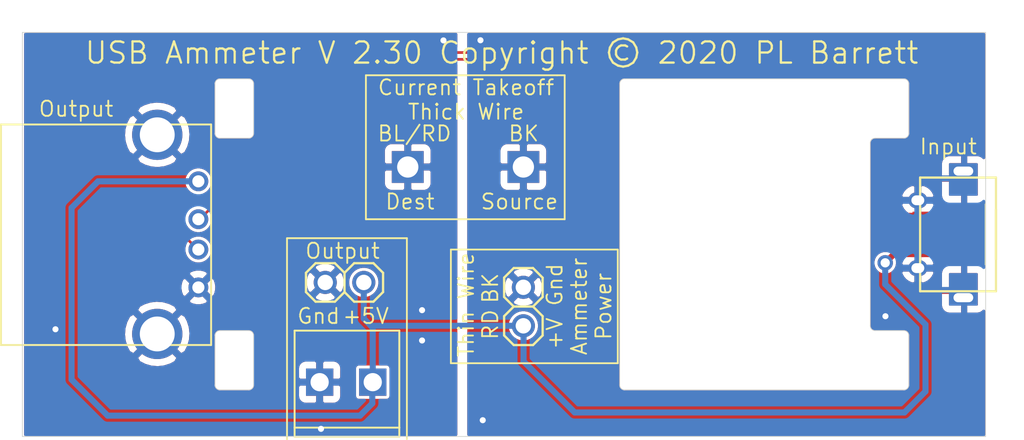
<source format=kicad_pcb>
(kicad_pcb (version 20171130) (host pcbnew "(5.1.6)-1")

  (general
    (thickness 1.6)
    (drawings 62)
    (tracks 177)
    (zones 0)
    (modules 6)
    (nets 6)
  )

  (page A4)
  (layers
    (0 Top signal)
    (31 Bottom signal)
    (32 B.Adhes user)
    (33 F.Adhes user)
    (34 B.Paste user)
    (35 F.Paste user)
    (36 B.SilkS user)
    (37 F.SilkS user)
    (38 B.Mask user)
    (39 F.Mask user)
    (40 Dwgs.User user)
    (41 Cmts.User user)
    (42 Eco1.User user)
    (43 Eco2.User user)
    (44 Edge.Cuts user)
    (45 Margin user)
    (46 B.CrtYd user)
    (47 F.CrtYd user)
    (48 B.Fab user)
    (49 F.Fab user)
  )

  (setup
    (last_trace_width 0.4)
    (user_trace_width 0.1524)
    (user_trace_width 0.1772)
    (user_trace_width 0.2)
    (user_trace_width 0.254)
    (user_trace_width 0.4)
    (trace_clearance 0.2)
    (zone_clearance 0.508)
    (zone_45_only no)
    (trace_min 0.1524)
    (via_size 0.8)
    (via_drill 0.4)
    (via_min_size 0.4)
    (via_min_drill 0.3)
    (uvia_size 0.3)
    (uvia_drill 0.1)
    (uvias_allowed no)
    (uvia_min_size 0.2)
    (uvia_min_drill 0.1)
    (edge_width 0.05)
    (segment_width 0.2)
    (pcb_text_width 0.3)
    (pcb_text_size 1.5 1.5)
    (mod_edge_width 0.12)
    (mod_text_size 1 1)
    (mod_text_width 0.15)
    (pad_size 1.308 1.308)
    (pad_drill 0.8)
    (pad_to_mask_clearance 0.05)
    (aux_axis_origin 0 0)
    (grid_origin 128.35 105)
    (visible_elements 7FFFFFFF)
    (pcbplotparams
      (layerselection 0x010fc_ffffffff)
      (usegerberextensions false)
      (usegerberattributes true)
      (usegerberadvancedattributes true)
      (creategerberjobfile true)
      (excludeedgelayer true)
      (linewidth 0.100000)
      (plotframeref false)
      (viasonmask false)
      (mode 1)
      (useauxorigin false)
      (hpglpennumber 1)
      (hpglpenspeed 20)
      (hpglpendiameter 15.000000)
      (psnegative false)
      (psa4output false)
      (plotreference true)
      (plotvalue true)
      (plotinvisibletext false)
      (padsonsilk false)
      (subtractmaskfromsilk false)
      (outputformat 1)
      (mirror false)
      (drillshape 1)
      (scaleselection 1)
      (outputdirectory ""))
  )

  (net 0 "")
  (net 1 GND)
  (net 2 /VCC)
  (net 3 /D-)
  (net 4 /D+)
  (net 5 /G)

  (net_class Default "This is the default net class."
    (clearance 0.2)
    (trace_width 0.25)
    (via_dia 0.8)
    (via_drill 0.4)
    (uvia_dia 0.3)
    (uvia_drill 0.1)
    (add_net /D+)
    (add_net /D-)
    (add_net /G)
    (add_net /VCC)
    (add_net GND)
  )

  (module usb_ammeter_v230:USBAMPH-UE27AC5410H (layer Top) (tedit 5FD7AF69) (tstamp 5FD5794E)
    (at 125.64735 104.9986 270)
    (path /94FABF20)
    (fp_text reference J4 (at 7.8114 2.86735) (layer F.SilkS) hide
      (effects (font (size 1.2065 1.2065) (thickness 0.1016)) (justify right top))
    )
    (fp_text value USB-AMPH-UE27-AC (at 0 0 270) (layer F.SilkS) hide
      (effects (font (size 1.27 1.27) (thickness 0.15)) (justify right top))
    )
    (fp_line (start -7.25 10.3) (end 7.3 10.3) (layer F.SilkS) (width 0.127))
    (fp_line (start 7.3 10.3) (end 7.3 -3.55) (layer F.SilkS) (width 0.127))
    (fp_line (start 7.3 -3.55) (end -7.25 -3.55) (layer F.SilkS) (width 0.127))
    (fp_line (start -7.25 -3.55) (end -7.25 10.3) (layer F.SilkS) (width 0.127))
    (pad VCC thru_hole circle (at -3.5 -2.71 270) (size 1.308 1.308) (drill 0.8) (layers *.Cu *.Mask)
      (net 2 /VCC) (solder_mask_margin 0.1016))
    (pad D- thru_hole circle (at -1 -2.71 270) (size 1.308 1.308) (drill 0.8) (layers *.Cu *.Mask)
      (net 3 /D-) (solder_mask_margin 0.1016))
    (pad D+ thru_hole circle (at 1 -2.71 270) (size 1.308 1.308) (drill 0.8) (layers *.Cu *.Mask)
      (net 4 /D+) (solder_mask_margin 0.1016))
    (pad G thru_hole circle (at 3.5 -2.71 270) (size 1.308 1.308) (drill 0.8) (layers *.Cu *.Mask)
      (net 5 /G) (solder_mask_margin 0.1016))
    (pad G1 thru_hole circle (at -6.57 0 270) (size 3.316 3.316) (drill 2.3) (layers *.Cu *.Mask)
      (net 5 /G) (solder_mask_margin 0.1016))
    (pad G2 thru_hole circle (at 6.57 0 270) (size 3.316 3.316) (drill 2.3) (layers *.Cu *.Mask)
      (net 5 /G) (solder_mask_margin 0.1016))
  )

  (module usb_ammeter_v230:1X02 (layer Top) (tedit 5FD7AF41) (tstamp 5FD57938)
    (at 149.77735 109.7611 90)
    (descr "<b>PIN HEADER</b>")
    (path /8182258E)
    (fp_text reference JP2 (at -2.6162 -1.8288 -90) (layer F.SilkS) hide
      (effects (font (size 1.2065 1.2065) (thickness 0.127)) (justify right bottom))
    )
    (fp_text value PINHD-1X2 (at -2.54 3.175 -90) (layer F.Fab) hide
      (effects (font (size 1.2065 1.2065) (thickness 0.1016)) (justify right bottom))
    )
    (fp_line (start -1.905 -1.27) (end -0.635 -1.27) (layer F.SilkS) (width 0.1524))
    (fp_line (start -0.635 -1.27) (end 0 -0.635) (layer F.SilkS) (width 0.1524))
    (fp_line (start 0 -0.635) (end 0 0.635) (layer F.SilkS) (width 0.1524))
    (fp_line (start 0 0.635) (end -0.635 1.27) (layer F.SilkS) (width 0.1524))
    (fp_line (start -2.54 -0.635) (end -2.54 0.635) (layer F.SilkS) (width 0.1524))
    (fp_line (start -1.905 -1.27) (end -2.54 -0.635) (layer F.SilkS) (width 0.1524))
    (fp_line (start -2.54 0.635) (end -1.905 1.27) (layer F.SilkS) (width 0.1524))
    (fp_line (start -0.635 1.27) (end -1.905 1.27) (layer F.SilkS) (width 0.1524))
    (fp_line (start 0 -0.635) (end 0.635 -1.27) (layer F.SilkS) (width 0.1524))
    (fp_line (start 0.635 -1.27) (end 1.905 -1.27) (layer F.SilkS) (width 0.1524))
    (fp_line (start 1.905 -1.27) (end 2.54 -0.635) (layer F.SilkS) (width 0.1524))
    (fp_line (start 2.54 -0.635) (end 2.54 0.635) (layer F.SilkS) (width 0.1524))
    (fp_line (start 2.54 0.635) (end 1.905 1.27) (layer F.SilkS) (width 0.1524))
    (fp_line (start 1.905 1.27) (end 0.635 1.27) (layer F.SilkS) (width 0.1524))
    (fp_line (start 0.635 1.27) (end 0 0.635) (layer F.SilkS) (width 0.1524))
    (fp_poly (pts (xy -1.524 0.254) (xy -1.016 0.254) (xy -1.016 -0.254) (xy -1.524 -0.254)) (layer F.Fab) (width 0))
    (fp_poly (pts (xy 1.016 0.254) (xy 1.524 0.254) (xy 1.524 -0.254) (xy 1.016 -0.254)) (layer F.Fab) (width 0))
    (pad 1 thru_hole circle (at -1.27 0 180) (size 1.524 1.524) (drill 1.016) (layers *.Cu *.Mask)
      (net 2 /VCC) (solder_mask_margin 0.1016))
    (pad 2 thru_hole circle (at 1.27 0 180) (size 1.524 1.524) (drill 1.016) (layers *.Cu *.Mask)
      (net 1 GND) (solder_mask_margin 0.1016))
  )

  (module usb_ammeter_v230:1X02 (layer Top) (tedit 5FD7AF41) (tstamp 5FD57922)
    (at 137.99 108.17 180)
    (descr "<b>PIN HEADER</b>")
    (path /BAFA783C)
    (fp_text reference JP1 (at -2.6162 -1.8288 180) (layer F.SilkS) hide
      (effects (font (size 1.2065 1.2065) (thickness 0.127)) (justify left bottom))
    )
    (fp_text value PINHD-1X2 (at -2.54 3.175 180) (layer F.Fab) hide
      (effects (font (size 1.2065 1.2065) (thickness 0.1016)) (justify left bottom))
    )
    (fp_line (start -1.905 -1.27) (end -0.635 -1.27) (layer F.SilkS) (width 0.1524))
    (fp_line (start -0.635 -1.27) (end 0 -0.635) (layer F.SilkS) (width 0.1524))
    (fp_line (start 0 -0.635) (end 0 0.635) (layer F.SilkS) (width 0.1524))
    (fp_line (start 0 0.635) (end -0.635 1.27) (layer F.SilkS) (width 0.1524))
    (fp_line (start -2.54 -0.635) (end -2.54 0.635) (layer F.SilkS) (width 0.1524))
    (fp_line (start -1.905 -1.27) (end -2.54 -0.635) (layer F.SilkS) (width 0.1524))
    (fp_line (start -2.54 0.635) (end -1.905 1.27) (layer F.SilkS) (width 0.1524))
    (fp_line (start -0.635 1.27) (end -1.905 1.27) (layer F.SilkS) (width 0.1524))
    (fp_line (start 0 -0.635) (end 0.635 -1.27) (layer F.SilkS) (width 0.1524))
    (fp_line (start 0.635 -1.27) (end 1.905 -1.27) (layer F.SilkS) (width 0.1524))
    (fp_line (start 1.905 -1.27) (end 2.54 -0.635) (layer F.SilkS) (width 0.1524))
    (fp_line (start 2.54 -0.635) (end 2.54 0.635) (layer F.SilkS) (width 0.1524))
    (fp_line (start 2.54 0.635) (end 1.905 1.27) (layer F.SilkS) (width 0.1524))
    (fp_line (start 1.905 1.27) (end 0.635 1.27) (layer F.SilkS) (width 0.1524))
    (fp_line (start 0.635 1.27) (end 0 0.635) (layer F.SilkS) (width 0.1524))
    (fp_poly (pts (xy -1.524 0.254) (xy -1.016 0.254) (xy -1.016 -0.254) (xy -1.524 -0.254)) (layer F.Fab) (width 0))
    (fp_poly (pts (xy 1.016 0.254) (xy 1.524 0.254) (xy 1.524 -0.254) (xy 1.016 -0.254)) (layer F.Fab) (width 0))
    (pad 1 thru_hole circle (at -1.27 0 270) (size 1.524 1.524) (drill 1.016) (layers *.Cu *.Mask)
      (net 2 /VCC) (solder_mask_margin 0.1016))
    (pad 2 thru_hole circle (at 1.27 0 270) (size 1.524 1.524) (drill 1.016) (layers *.Cu *.Mask)
      (net 5 /G) (solder_mask_margin 0.1016))
  )

  (module usb_ammeter_v230:T35-2 (layer Top) (tedit 5FD7AF1C) (tstamp 5FD70863)
    (at 138.1 114.75)
    (path /5FD7F484)
    (fp_text reference J3 (at -3.5 -3.5) (layer F.SilkS) hide
      (effects (font (size 1.2065 1.2065) (thickness 0.1016)) (justify left bottom))
    )
    (fp_text value Screw_Terminal_01x02 (at 0 0) (layer F.SilkS) hide
      (effects (font (size 1.27 1.27) (thickness 0.15)))
    )
    (fp_line (start 3.5 3) (end -3.4 3) (layer F.SilkS) (width 0.127))
    (fp_line (start 3.5 3) (end 3.5 -3.4) (layer F.SilkS) (width 0.127))
    (fp_line (start 3.5 3.6) (end 3.5 3) (layer F.SilkS) (width 0.127))
    (fp_line (start -3.4 3.6) (end 3.5 3.6) (layer F.SilkS) (width 0.127))
    (fp_line (start -3.4 3) (end -3.4 3.6) (layer F.SilkS) (width 0.127))
    (fp_line (start -3.4 -3.4) (end -3.4 3) (layer F.SilkS) (width 0.127))
    (fp_line (start 3.5 -3.4) (end -3.4 -3.4) (layer F.SilkS) (width 0.127))
    (fp_line (start -3.2766 2.9972) (end -3.2766 -3.3782) (layer F.CrtYd) (width 0.12))
    (fp_line (start -3.2766 -3.3782) (end 3.4036 -3.3528) (layer F.CrtYd) (width 0.12))
    (fp_line (start 3.4036 -3.3528) (end 3.3909 2.9591) (layer F.CrtYd) (width 0.12))
    (fp_line (start 3.3909 2.9591) (end -3.2766 2.9972) (layer F.CrtYd) (width 0.12))
    (pad 1 thru_hole rect (at 1.75 0) (size 1.8 1.8) (drill 1.2) (layers *.Cu *.Mask)
      (net 2 /VCC) (solder_mask_margin 0.0635))
    (pad 2 thru_hole rect (at -1.75 0) (size 1.8 1.8) (drill 1.2) (layers *.Cu *.Mask)
      (net 5 /G) (solder_mask_margin 0.0635))
  )

  (module usb_ammeter_v230:LG-2-PIN (layer Top) (tedit 5FD7AF90) (tstamp 5FD5795B)
    (at 145.96735 100.5536 180)
    (path /C3E76336)
    (fp_text reference J1 (at -2.54 -2.54) (layer F.SilkS) hide
      (effects (font (size 0.9652 0.9652) (thickness 0.08128)) (justify left top))
    )
    (fp_text value PINHEADLG (at 0 0) (layer F.SilkS) hide
      (effects (font (size 1.27 1.27) (thickness 0.15)) (justify left top))
    )
    (pad P$1 thru_hole rect (at -3.81 0 180) (size 2.1 2.1) (drill 1.4) (layers *.Cu *.Mask)
      (net 1 GND) (solder_mask_margin 0.1016))
    (pad P$2 thru_hole rect (at 3.81 0 180) (size 2.1 2.1) (drill 1.4) (layers *.Cu *.Mask)
      (net 5 /G) (solder_mask_margin 0.1016))
  )

  (module usb_ammeter_v230:molex-47589-101-microUSB-AB (layer Top) (tedit 5FD6FE87) (tstamp 5FD7028B)
    (at 178.775 105 90)
    (path /5FD712AA)
    (attr smd)
    (fp_text reference J2 (at 0.5 -4.2 90) (layer F.SilkS) hide
      (effects (font (size 1 1) (thickness 0.15)))
    )
    (fp_text value usb-micro-molex-sd-47589-101 (at -0.05 3.15 90) (layer F.Fab)
      (effects (font (size 1 1) (thickness 0.15)))
    )
    (fp_line (start -3.75 2.15) (end 3.75 2.15) (layer F.SilkS) (width 0.15))
    (fp_line (start -3.75 -2.85) (end -3.75 2.15) (layer F.SilkS) (width 0.15))
    (fp_line (start 3.75 -2.85) (end -3.75 -2.85) (layer F.SilkS) (width 0.15))
    (fp_line (start 3.75 2.15) (end 3.75 -2.85) (layer F.SilkS) (width 0.15))
    (fp_line (start -1.65 2.15) (end 1.65 2.15) (layer F.SilkS) (width 0.15))
    (fp_line (start -2 1.45) (end 2 1.45) (layer F.SilkS) (width 0.08))
    (pad 9 thru_hole custom (at 4.175 0 90) (size 1 1.7) (drill oval 0.6 1.3) (layers *.Cu *.Mask)
      (net 1 GND)
      (options (clearance outline) (anchor circle))
      (primitives
        (gr_poly (pts
           (xy 0.475 -0.9) (xy 0.475 0.9) (xy -1.575 0.9) (xy -1.575 -0.9)) (width 0.1))
      ))
    (pad 8 thru_hole custom (at -4.175 0 90) (size 1 1.9) (drill oval 0.6 1.3) (layers *.Cu *.Mask)
      (net 1 GND)
      (options (clearance outline) (anchor circle))
      (primitives
        (gr_poly (pts
           (xy 1.575 -0.9) (xy 1.575 0.9) (xy -0.475 0.9) (xy -0.475 -0.9)) (width 0.1))
      ))
    (pad 11 smd rect (at 1.15 0 90) (size 1.8 1.9) (layers Top F.Paste F.Mask)
      (net 1 GND))
    (pad 10 smd rect (at -1.15 0 90) (size 1.8 1.9) (layers Top F.Paste F.Mask)
      (net 1 GND))
    (pad 7 thru_hole oval (at 2.25 -3 90) (size 1.05 1.25) (drill oval 0.65 0.85) (layers *.Cu *.Mask)
      (net 1 GND))
    (pad 6 thru_hole oval (at -2.225 -3 90) (size 1.05 1.25) (drill oval 0.65 0.85) (layers *.Cu *.Mask)
      (net 1 GND))
    (pad 5 smd rect (at 1.3 -2.675 90) (size 0.4 1.35) (layers Top F.Paste F.Mask)
      (net 1 GND))
    (pad 4 smd rect (at 0.65 -2.67 90) (size 0.4 1.35) (layers Top F.Paste F.Mask)
      (net 1 GND))
    (pad 3 smd rect (at 0 -2.675 90) (size 0.4 1.35) (layers Top F.Paste F.Mask)
      (net 4 /D+))
    (pad 2 smd rect (at -0.65 -2.675 90) (size 0.4 1.35) (layers Top F.Paste F.Mask)
      (net 3 /D-))
    (pad 1 smd rect (at -1.3 -2.675 90) (size 0.4 1.35) (layers Top F.Paste F.Mask)
      (net 2 /VCC))
  )

  (gr_text Output (at 120.3 96.72) (layer F.SilkS)
    (effects (font (size 1 1) (thickness 0.12)))
  )
  (gr_text Input (at 177.78 99.21) (layer F.SilkS)
    (effects (font (size 1 1) (thickness 0.12)))
  )
  (gr_line (start 142.1 105.25) (end 142.1 118.5) (layer F.SilkS) (width 0.12))
  (gr_line (start 134.2 105.25) (end 142.1 105.25) (layer F.SilkS) (width 0.12))
  (gr_line (start 134.2 118.53) (end 134.2 105.26) (layer F.SilkS) (width 0.12))
  (gr_text +5V (at 139.39 110.39) (layer F.SilkS)
    (effects (font (size 1 1) (thickness 0.12)))
  )
  (gr_text Gnd (at 136.28 110.39) (layer F.SilkS)
    (effects (font (size 1 1) (thickness 0.12)))
  )
  (gr_text "USB Ammeter V 2.30 Copyright © 2020 PL Barrett" (at 148.35 93.025) (layer F.SilkS)
    (effects (font (size 1.4 1.4) (thickness 0.15)))
  )
  (gr_line (start 152.5 94.5) (end 152.5 104) (layer F.SilkS) (width 0.12) (tstamp 5FD57D6A))
  (gr_line (start 152 94.5) (end 152.5 94.5) (layer F.SilkS) (width 0.12))
  (gr_line (start 139.4 94.5) (end 152 94.5) (layer F.SilkS) (width 0.12))
  (gr_line (start 139.4 104) (end 139.4 94.5) (layer F.SilkS) (width 0.12))
  (gr_line (start 152.5 104) (end 139.4 104) (layer F.SilkS) (width 0.12))
  (gr_text "Thin Wire" (at 146 109.65 90) (layer F.SilkS)
    (effects (font (size 1 1) (thickness 0.12)))
  )
  (gr_line (start 156 106) (end 156 113.5) (layer F.SilkS) (width 0.12) (tstamp 5FD57D65))
  (gr_line (start 145 106) (end 156 106) (layer F.SilkS) (width 0.12))
  (gr_line (start 145 113.5) (end 145 106) (layer F.SilkS) (width 0.12))
  (gr_line (start 156 113.5) (end 145 113.5) (layer F.SilkS) (width 0.12))
  (gr_text RD (at 147.6 110.95 90) (layer F.SilkS)
    (effects (font (size 1 1) (thickness 0.12)))
  )
  (gr_text BK (at 147.6 108.55 90) (layer F.SilkS)
    (effects (font (size 1 1) (thickness 0.12)))
  )
  (gr_text BK (at 149.8 98.35) (layer F.SilkS)
    (effects (font (size 1 1) (thickness 0.12)))
  )
  (gr_text BL/RD (at 142.6 98.35) (layer F.SilkS)
    (effects (font (size 1 1) (thickness 0.12)))
  )
  (gr_line (start 116.75735 118.3336) (end 180.24485 118.3336) (layer Edge.Cuts) (width 0.05) (tstamp 347C3190))
  (gr_line (start 180.24485 118.3336) (end 180.24485 91.6736) (layer Edge.Cuts) (width 0.05) (tstamp 347C3C30))
  (gr_line (start 180.24485 91.6736) (end 116.75735 91.6736) (layer Edge.Cuts) (width 0.05) (tstamp 347C2150))
  (gr_line (start 116.75735 91.6736) (end 116.75735 118.3336) (layer Edge.Cuts) (width 0.05) (tstamp 347C2470))
  (gr_line (start 129.77485 115.2586) (end 131.67985 115.2586) (layer Edge.Cuts) (width 0.05) (tstamp 347C2BF0))
  (gr_line (start 175.17735 114.9411) (end 175.17735 111.6661) (layer Edge.Cuts) (width 0.05) (tstamp 347C20B0))
  (gr_line (start 175.17735 98.3311) (end 175.17735 95.0561) (layer Edge.Cuts) (width 0.05) (tstamp 347C4310))
  (gr_line (start 131.67985 94.7386) (end 129.77485 94.7386) (layer Edge.Cuts) (width 0.05) (tstamp 347C3230))
  (gr_line (start 129.45735 95.0561) (end 129.45735 98.3311) (layer Edge.Cuts) (width 0.05) (tstamp 347C2010))
  (gr_line (start 129.45735 111.6661) (end 129.45735 114.9411) (layer Edge.Cuts) (width 0.05) (tstamp 347C2FB0))
  (gr_line (start 131.67985 98.6486) (end 129.77485 98.6486) (layer Edge.Cuts) (width 0.05) (tstamp 347C4090))
  (gr_line (start 129.77485 111.3486) (end 131.67985 111.3486) (layer Edge.Cuts) (width 0.05) (tstamp 347C3AF0))
  (gr_line (start 172.95485 98.6486) (end 174.85985 98.6486) (layer Edge.Cuts) (width 0.05) (tstamp 347C3B90))
  (gr_line (start 172.95485 111.3486) (end 174.85985 111.3486) (layer Edge.Cuts) (width 0.05) (tstamp 347C2330))
  (gr_line (start 172.63735 98.9661) (end 172.63735 111.0311) (layer Edge.Cuts) (width 0.05) (tstamp 347C1F70))
  (gr_arc (start 174.85985 95.0561) (end 174.85985 94.7386) (angle 90) (layer Edge.Cuts) (width 0.05) (tstamp 347C4450))
  (gr_arc (start 174.85985 98.3311) (end 175.17735 98.3311) (angle 90) (layer Edge.Cuts) (width 0.05) (tstamp 347C37D0))
  (gr_arc (start 172.95485 98.9661) (end 172.95485 98.6486) (angle -90) (layer Edge.Cuts) (width 0.05) (tstamp 347C3730))
  (gr_arc (start 174.85985 111.6661) (end 174.85985 111.3486) (angle 90) (layer Edge.Cuts) (width 0.05) (tstamp 347C3690))
  (gr_arc (start 172.95485 111.0311) (end 172.63735 111.0311) (angle -90) (layer Edge.Cuts) (width 0.05) (tstamp 347C2650))
  (gr_arc (start 174.85985 114.9411) (end 175.17735 114.9411) (angle 90) (layer Edge.Cuts) (width 0.05) (tstamp 347C3CD0))
  (gr_arc (start 131.67985 95.0561) (end 131.99735 95.0561) (angle -90) (layer Edge.Cuts) (width 0.05) (tstamp 347C26F0))
  (gr_arc (start 129.77485 98.3311) (end 129.45735 98.3311) (angle -90) (layer Edge.Cuts) (width 0.05) (tstamp 347C1CF0))
  (gr_arc (start 129.77485 95.0561) (end 129.77485 94.7386) (angle -90) (layer Edge.Cuts) (width 0.05) (tstamp 347C43B0))
  (gr_arc (start 129.77485 114.9411) (end 129.45735 114.9411) (angle -90) (layer Edge.Cuts) (width 0.05) (tstamp 347C2790))
  (gr_arc (start 129.77485 111.6661) (end 129.77485 111.3486) (angle -90) (layer Edge.Cuts) (width 0.05) (tstamp 347C28D0))
  (gr_arc (start 131.67985 114.9411) (end 131.99735 114.9411) (angle 90) (layer Edge.Cuts) (width 0.05) (tstamp 347C3D70))
  (gr_line (start 131.99735 95.0561) (end 131.99735 98.3311) (layer Edge.Cuts) (width 0.05) (tstamp 347C2A10))
  (gr_arc (start 131.67985 98.3311) (end 131.99735 98.3311) (angle 90) (layer Edge.Cuts) (width 0.05) (tstamp 347C3910))
  (gr_line (start 131.99735 114.9411) (end 131.99735 111.6661) (layer Edge.Cuts) (width 0.05) (tstamp 347C2DD0))
  (gr_arc (start 131.67985 111.6661) (end 131.99735 111.6661) (angle -90) (layer Edge.Cuts) (width 0.05) (tstamp 347C2E70))
  (gr_line (start 156.12735 95.0561) (end 156.12735 114.9411) (layer Edge.Cuts) (width 0.05) (tstamp 347C2F10))
  (gr_line (start 174.85985 94.7386) (end 156.44485 94.7386) (layer Edge.Cuts) (width 0.05) (tstamp 347C34B0))
  (gr_arc (start 156.44485 95.0561) (end 156.44485 94.7386) (angle -90) (layer Edge.Cuts) (width 0.05) (tstamp 347C3550))
  (gr_line (start 174.85985 115.2586) (end 156.44485 115.2586) (layer Edge.Cuts) (width 0.05) (tstamp 347C3870))
  (gr_arc (start 156.44485 114.9411) (end 156.44485 115.2586) (angle 90) (layer Edge.Cuts) (width 0.05) (tstamp 347C39B0))
  (gr_text "Current Takeoff\nThick Wire" (at 146 97.5) (layer F.SilkS) (tstamp 347C3A50)
    (effects (font (size 1 1) (thickness 0.12)) (justify bottom))
  )
  (gr_text "Dest    Source" (at 146.375 103.425) (layer F.SilkS) (tstamp 347C3EB0)
    (effects (font (size 1 1) (thickness 0.12)) (justify bottom))
  )
  (gr_text "+V Gnd\nAmmeter\nPower" (at 155.65 109.75 90) (layer F.SilkS) (tstamp 347C6390)
    (effects (font (size 1 1) (thickness 0.12)) (justify bottom))
  )
  (gr_text Output (at 137.86 105.51) (layer F.SilkS) (tstamp 347C5170)
    (effects (font (size 1 1) (thickness 0.12)) (justify top))
  )

  (segment (start 178.86 101.31) (end 178.88 101.33) (width 0.4) (layer Bottom) (net 1))
  (segment (start 176.67 101.31) (end 178.86 101.31) (width 0.4) (layer Bottom) (net 1))
  (segment (start 176.53 108.67) (end 178.81 108.67) (width 0.4) (layer Bottom) (net 1))
  (segment (start 178.83 98.49) (end 178.83 111.03) (width 0.4) (layer Bottom) (net 1))
  (segment (start 177.05 101.325) (end 178.8 101.325) (width 0.4) (layer Top) (net 1))
  (segment (start 178.8 108.725) (end 178.825 108.7) (width 0.4) (layer Top) (net 1))
  (segment (start 177.075 108.725) (end 178.8 108.725) (width 0.4) (layer Top) (net 1))
  (segment (start 178.825 99.575) (end 178.825 110.575) (width 0.4) (layer Top) (net 1))
  (segment (start 176.105 104.35) (end 174.7 104.35) (width 0.254) (layer Top) (net 1))
  (segment (start 176.1 103.7) (end 174.7 103.7) (width 0.254) (layer Top) (net 1))
  (segment (start 176.105 104.35) (end 177 104.35) (width 0.254) (layer Top) (net 1))
  (segment (start 177 104.35) (end 177.4 103.95) (width 0.254) (layer Top) (net 1))
  (segment (start 177.4 103.95) (end 177.15 103.7) (width 0.254) (layer Top) (net 1))
  (segment (start 177.15 103.7) (end 176.1 103.7) (width 0.254) (layer Top) (net 1))
  (segment (start 177.225 103.775) (end 177.15 103.7) (width 0.4) (layer Top) (net 1))
  (segment (start 177.225 105.075) (end 177.225 103.775) (width 0.4) (layer Top) (net 1))
  (segment (start 177.225 103.775) (end 177.225 102.975) (width 0.4) (layer Top) (net 1))
  (via (at 146.95 92.19) (size 0.8) (drill 0.4) (layers Top Bottom) (net 1))
  (via (at 147.1 117.26) (size 0.8) (drill 0.4) (layers Top Bottom) (net 1))
  (via (at 173.64 110.4) (size 0.8) (drill 0.4) (layers Top Bottom) (net 1))
  (segment (start 128.34985 101.5061) (end 128.35735 101.4986) (width 0.4) (layer Bottom) (net 2) (tstamp 22836310))
  (segment (start 142.15735 111.0311) (end 149.77735 111.0311) (width 0.4) (layer Bottom) (net 2) (tstamp 22835CD0))
  (segment (start 175.39625 106.3) (end 175.39485 106.2986) (width 0.4) (layer Top) (net 2))
  (segment (start 176.1 106.3) (end 175.39625 106.3) (width 0.4) (layer Top) (net 2))
  (segment (start 174.2014 106.2986) (end 175.39485 106.2986) (width 0.4) (layer Top) (net 2))
  (via (at 173.625 106.875) (size 1.016) (drill 0.6096) (layers Top Bottom) (net 2))
  (segment (start 173.625 106.875) (end 174.2014 106.2986) (width 0.4) (layer Top) (net 2))
  (segment (start 139.85 111.15) (end 139.7311 111.0311) (width 0.4) (layer Bottom) (net 2))
  (segment (start 142.15735 111.0311) (end 139.7311 111.0311) (width 0.4) (layer Bottom) (net 2))
  (segment (start 139.85 114.75) (end 139.85 111.15) (width 0.4) (layer Bottom) (net 2))
  (segment (start 139.26 110.56) (end 139.7311 111.0311) (width 0.4) (layer Bottom) (net 2))
  (segment (start 139.26 108.17) (end 139.26 110.56) (width 0.4) (layer Bottom) (net 2))
  (segment (start 173.625 106.875) (end 173.65 106.85) (width 0.4) (layer Bottom) (net 2))
  (segment (start 139.82 116.15) (end 139.82 114.69) (width 0.4) (layer Bottom) (net 2))
  (segment (start 139.01 116.96) (end 139.82 116.15) (width 0.4) (layer Bottom) (net 2))
  (segment (start 122.38 116.96) (end 139.01 116.96) (width 0.4) (layer Bottom) (net 2))
  (segment (start 121.7514 101.4986) (end 120 103.25) (width 0.4) (layer Bottom) (net 2))
  (segment (start 128.35735 101.4986) (end 121.7514 101.4986) (width 0.4) (layer Bottom) (net 2))
  (segment (start 120 103.25) (end 120 114.58) (width 0.4) (layer Bottom) (net 2))
  (segment (start 120 114.58) (end 122.38 116.96) (width 0.4) (layer Bottom) (net 2))
  (segment (start 149.79 113.38) (end 149.79 111.03) (width 0.4) (layer Bottom) (net 2))
  (segment (start 153.16 116.75) (end 149.79 113.38) (width 0.4) (layer Bottom) (net 2))
  (segment (start 173.625 108.295) (end 176.28 110.95) (width 0.4) (layer Bottom) (net 2))
  (segment (start 176.28 115.36) (end 174.89 116.75) (width 0.4) (layer Bottom) (net 2))
  (segment (start 173.625 106.875) (end 173.625 108.295) (width 0.4) (layer Bottom) (net 2))
  (segment (start 176.28 110.95) (end 176.28 115.36) (width 0.4) (layer Bottom) (net 2))
  (segment (start 174.89 116.75) (end 153.16 116.75) (width 0.4) (layer Bottom) (net 2))
  (segment (start 175.087499 105.65) (end 176.1 105.65) (width 0.1772) (layer Top) (net 3))
  (segment (start 174.987499 105.55) (end 175.087499 105.65) (width 0.1772) (layer Top) (net 3))
  (segment (start 174.1318 105.55) (end 174.987499 105.55) (width 0.1772) (layer Top) (net 3))
  (segment (start 173.65 105.0682) (end 174.1318 105.55) (width 0.1772) (layer Top) (net 3))
  (segment (start 173.65 101.2318) (end 173.65 105.0682) (width 0.1772) (layer Top) (net 3))
  (segment (start 175.0068 99.875) (end 173.65 101.2318) (width 0.1772) (layer Top) (net 3))
  (segment (start 176.2318 99.875) (end 175.0068 99.875) (width 0.1772) (layer Top) (net 3))
  (segment (start 178.25 97.8568) (end 176.2318 99.875) (width 0.1772) (layer Top) (net 3))
  (segment (start 178.25 94.5432) (end 178.25 97.8568) (width 0.1772) (layer Top) (net 3))
  (segment (start 177.1568 93.45) (end 178.25 94.5432) (width 0.1772) (layer Top) (net 3))
  (segment (start 131.272396 102.30906) (end 131.33789 102.324009) (width 0.1772) (layer Top) (net 3))
  (segment (start 132.125298 100.647755) (end 132.09615 100.587229) (width 0.1772) (layer Top) (net 3))
  (segment (start 130.894392 101.973072) (end 131.159347 102.238027) (width 0.1772) (layer Top) (net 3))
  (segment (start 131.159347 102.238027) (end 131.21187 102.279912) (width 0.1772) (layer Top) (net 3))
  (segment (start 132.51812 101.210956) (end 132.51812 101.143777) (width 0.1772) (layer Top) (net 3))
  (segment (start 130.841869 101.931186) (end 130.894392 101.973072) (width 0.1772) (layer Top) (net 3))
  (segment (start 130.715849 101.88709) (end 130.781343 101.902039) (width 0.1772) (layer Top) (net 3))
  (segment (start 130.64867 101.88709) (end 130.715849 101.88709) (width 0.1772) (layer Top) (net 3))
  (segment (start 130.52265 101.931186) (end 130.583176 101.902039) (width 0.1772) (layer Top) (net 3))
  (segment (start 131.21187 102.279912) (end 131.272396 102.30906) (width 0.1772) (layer Top) (net 3))
  (segment (start 130.470128 101.973072) (end 130.52265 101.931186) (width 0.1772) (layer Top) (net 3))
  (segment (start 130.428242 102.025592) (end 130.470128 101.973071) (width 0.1772) (layer Top) (net 3))
  (segment (start 130.399094 102.086118) (end 130.428242 102.025592) (width 0.1772) (layer Top) (net 3))
  (segment (start 130.384145 102.151612) (end 130.399094 102.086118) (width 0.1772) (layer Top) (net 3))
  (segment (start 130.399094 102.284285) (end 130.384145 102.218791) (width 0.1772) (layer Top) (net 3))
  (segment (start 130.428242 102.344811) (end 130.399094 102.284285) (width 0.1772) (layer Top) (net 3))
  (segment (start 130.735083 102.66229) (end 130.470127 102.397334) (width 0.1772) (layer Top) (net 3))
  (segment (start 130.470128 101.973071) (end 130.470128 101.973072) (width 0.1772) (layer Top) (net 3))
  (segment (start 130.310819 103.086555) (end 130.363342 103.12844) (width 0.1772) (layer Top) (net 3))
  (segment (start 130.045864 102.8216) (end 130.310819 103.086555) (width 0.1772) (layer Top) (net 3))
  (segment (start 131.33789 102.324009) (end 131.405069 102.324009) (width 0.1772) (layer Top) (net 3))
  (segment (start 130.821064 102.908012) (end 130.821064 102.840833) (width 0.1772) (layer Top) (net 3))
  (segment (start 130.781343 101.902039) (end 130.841869 101.931186) (width 0.1772) (layer Top) (net 3))
  (segment (start 129.932815 102.750567) (end 129.993341 102.779714) (width 0.1772) (layer Top) (net 3))
  (segment (start 130.363342 103.12844) (end 130.423868 103.157588) (width 0.1772) (layer Top) (net 3))
  (segment (start 132.253597 101.475481) (end 132.319091 101.460532) (width 0.1772) (layer Top) (net 3))
  (segment (start 130.776968 102.714813) (end 130.735083 102.66229) (width 0.1772) (layer Top) (net 3))
  (segment (start 130.489362 103.172537) (end 130.556541 103.172537) (width 0.1772) (layer Top) (net 3))
  (segment (start 130.735083 103.086555) (end 130.776968 103.034032) (width 0.1772) (layer Top) (net 3))
  (segment (start 129.867321 102.735618) (end 129.932815 102.750567) (width 0.1772) (layer Top) (net 3))
  (segment (start 128.35735 103.9986) (end 128.4446 103.9986) (width 0.1772) (layer Top) (net 3))
  (segment (start 131.470563 102.30906) (end 131.531089 102.279912) (width 0.1772) (layer Top) (net 3))
  (segment (start 132.060398 101.431384) (end 132.120924 101.460532) (width 0.1772) (layer Top) (net 3))
  (segment (start 130.682561 103.12844) (end 130.735083 103.086555) (width 0.1772) (layer Top) (net 3))
  (segment (start 129.993341 102.779714) (end 130.045864 102.8216) (width 0.1772) (layer Top) (net 3))
  (segment (start 130.384145 102.218791) (end 130.384145 102.151612) (width 0.1772) (layer Top) (net 3))
  (segment (start 129.6216 102.8216) (end 129.674122 102.779714) (width 0.1772) (layer Top) (net 3))
  (segment (start 130.583176 101.902039) (end 130.64867 101.88709) (width 0.1772) (layer Top) (net 3))
  (segment (start 129.674122 102.779714) (end 129.734648 102.750567) (width 0.1772) (layer Top) (net 3))
  (segment (start 128.4446 103.9986) (end 129.6216 102.8216) (width 0.1772) (layer Top) (net 3))
  (segment (start 129.734648 102.750567) (end 129.800142 102.735618) (width 0.1772) (layer Top) (net 3))
  (segment (start 130.423868 103.157588) (end 130.489362 103.172537) (width 0.1772) (layer Top) (net 3))
  (segment (start 132.273249 100.169951) (end 138.9932 93.45) (width 0.1772) (layer Top) (net 3))
  (segment (start 130.806115 102.973506) (end 130.821064 102.908012) (width 0.1772) (layer Top) (net 3))
  (segment (start 131.405069 102.324009) (end 131.470563 102.30906) (width 0.1772) (layer Top) (net 3))
  (segment (start 130.556541 103.172537) (end 130.622035 103.157588) (width 0.1772) (layer Top) (net 3))
  (segment (start 130.622035 103.157588) (end 130.682561 103.12844) (width 0.1772) (layer Top) (net 3))
  (segment (start 130.776968 103.034032) (end 130.806115 102.973506) (width 0.1772) (layer Top) (net 3))
  (segment (start 138.9932 93.45) (end 177.1568 93.45) (width 0.1772) (layer Top) (net 3))
  (segment (start 130.470127 102.397334) (end 130.428242 102.344811) (width 0.1772) (layer Top) (net 3))
  (segment (start 130.821064 102.840833) (end 130.806115 102.775339) (width 0.1772) (layer Top) (net 3))
  (segment (start 129.800142 102.735618) (end 129.867321 102.735618) (width 0.1772) (layer Top) (net 3))
  (segment (start 130.806115 102.775339) (end 130.776968 102.714813) (width 0.1772) (layer Top) (net 3))
  (segment (start 131.497198 101.038562) (end 131.564377 101.038562) (width 0.1772) (layer Top) (net 3))
  (segment (start 131.531089 102.279912) (end 131.583611 102.238027) (width 0.1772) (layer Top) (net 3))
  (segment (start 131.690397 101.082658) (end 131.74292 101.124544) (width 0.1772) (layer Top) (net 3))
  (segment (start 131.583611 102.238027) (end 131.625496 102.185504) (width 0.1772) (layer Top) (net 3))
  (segment (start 132.51812 101.143777) (end 132.503171 101.078283) (width 0.1772) (layer Top) (net 3))
  (segment (start 131.625496 102.185504) (end 131.654643 102.124978) (width 0.1772) (layer Top) (net 3))
  (segment (start 132.432139 100.965234) (end 132.167183 100.700278) (width 0.1772) (layer Top) (net 3))
  (segment (start 131.654643 102.124978) (end 131.669592 102.059484) (width 0.1772) (layer Top) (net 3))
  (segment (start 132.167183 100.700278) (end 132.125298 100.647755) (width 0.1772) (layer Top) (net 3))
  (segment (start 131.669592 102.059484) (end 131.669592 101.992305) (width 0.1772) (layer Top) (net 3))
  (segment (start 131.669592 101.992305) (end 131.654643 101.926811) (width 0.1772) (layer Top) (net 3))
  (segment (start 131.564377 101.038562) (end 131.629871 101.053511) (width 0.1772) (layer Top) (net 3))
  (segment (start 131.654643 101.926811) (end 131.625496 101.866285) (width 0.1772) (layer Top) (net 3))
  (segment (start 131.625496 101.866285) (end 131.583611 101.813762) (width 0.1772) (layer Top) (net 3))
  (segment (start 132.432139 101.389499) (end 132.474024 101.336976) (width 0.1772) (layer Top) (net 3))
  (segment (start 131.583611 101.813762) (end 131.318655 101.548806) (width 0.1772) (layer Top) (net 3))
  (segment (start 131.371178 101.082658) (end 131.431704 101.053511) (width 0.1772) (layer Top) (net 3))
  (segment (start 131.318655 101.548806) (end 131.27677 101.496283) (width 0.1772) (layer Top) (net 3))
  (segment (start 131.27677 101.496283) (end 131.247622 101.435757) (width 0.1772) (layer Top) (net 3))
  (segment (start 131.247622 101.435757) (end 131.232673 101.370263) (width 0.1772) (layer Top) (net 3))
  (segment (start 131.232673 101.370263) (end 131.232673 101.303084) (width 0.1772) (layer Top) (net 3))
  (segment (start 131.232673 101.303084) (end 131.247622 101.23759) (width 0.1772) (layer Top) (net 3))
  (segment (start 131.247622 101.23759) (end 131.27677 101.177064) (width 0.1772) (layer Top) (net 3))
  (segment (start 131.27677 101.177064) (end 131.318656 101.124543) (width 0.1772) (layer Top) (net 3))
  (segment (start 131.318656 101.124543) (end 131.318656 101.124544) (width 0.1772) (layer Top) (net 3))
  (segment (start 131.318656 101.124544) (end 131.371178 101.082658) (width 0.1772) (layer Top) (net 3))
  (segment (start 131.431704 101.053511) (end 131.497198 101.038562) (width 0.1772) (layer Top) (net 3))
  (segment (start 131.629871 101.053511) (end 131.690397 101.082658) (width 0.1772) (layer Top) (net 3))
  (segment (start 131.74292 101.124544) (end 132.007875 101.389499) (width 0.1772) (layer Top) (net 3))
  (segment (start 132.007875 101.389499) (end 132.060398 101.431384) (width 0.1772) (layer Top) (net 3))
  (segment (start 132.120924 101.460532) (end 132.186418 101.475481) (width 0.1772) (layer Top) (net 3))
  (segment (start 132.186418 101.475481) (end 132.253597 101.475481) (width 0.1772) (layer Top) (net 3))
  (segment (start 132.319091 101.460532) (end 132.379617 101.431384) (width 0.1772) (layer Top) (net 3))
  (segment (start 132.379617 101.431384) (end 132.432139 101.389499) (width 0.1772) (layer Top) (net 3))
  (segment (start 132.474024 101.336976) (end 132.503171 101.27645) (width 0.1772) (layer Top) (net 3))
  (segment (start 132.503171 101.27645) (end 132.51812 101.210956) (width 0.1772) (layer Top) (net 3))
  (segment (start 132.503171 101.078283) (end 132.474024 101.017757) (width 0.1772) (layer Top) (net 3))
  (segment (start 132.474024 101.017757) (end 132.432139 100.965234) (width 0.1772) (layer Top) (net 3))
  (segment (start 132.09615 100.587229) (end 132.081201 100.521735) (width 0.1772) (layer Top) (net 3))
  (segment (start 132.081201 100.521735) (end 132.081201 100.454556) (width 0.1772) (layer Top) (net 3))
  (segment (start 132.081201 100.454556) (end 132.09615 100.389062) (width 0.1772) (layer Top) (net 3))
  (segment (start 132.09615 100.389062) (end 132.125298 100.328536) (width 0.1772) (layer Top) (net 3))
  (segment (start 132.125298 100.328536) (end 132.167184 100.276015) (width 0.1772) (layer Top) (net 3))
  (segment (start 132.167184 100.276015) (end 132.273249 100.169951) (width 0.1772) (layer Top) (net 3))
  (segment (start 174.1 101.4182) (end 175.1932 100.325) (width 0.1772) (layer Top) (net 4))
  (segment (start 175.1932 100.325) (end 176.4182 100.325) (width 0.1772) (layer Top) (net 4))
  (segment (start 174.1 104.8818) (end 174.1 101.4182) (width 0.1772) (layer Top) (net 4))
  (segment (start 138.8068 93) (end 129.2818 102.525) (width 0.1772) (layer Top) (net 4))
  (segment (start 176.4182 100.325) (end 178.7 98.0432) (width 0.1772) (layer Top) (net 4))
  (segment (start 176.1 105) (end 175.087499 105) (width 0.1772) (layer Top) (net 4))
  (segment (start 175.087499 105) (end 174.987499 105.1) (width 0.1772) (layer Top) (net 4))
  (segment (start 174.3182 105.1) (end 174.1 104.8818) (width 0.1772) (layer Top) (net 4))
  (segment (start 178.7 98.0432) (end 178.7 94.3568) (width 0.1772) (layer Top) (net 4))
  (segment (start 174.987499 105.1) (end 174.3182 105.1) (width 0.1772) (layer Top) (net 4))
  (segment (start 177.3432 93) (end 138.8068 93) (width 0.1772) (layer Top) (net 4))
  (segment (start 178.7 94.3568) (end 177.3432 93) (width 0.1772) (layer Top) (net 4))
  (segment (start 129.2818 102.525) (end 129.275 102.525) (width 0.1772) (layer Top) (net 4))
  (segment (start 129.275 102.525) (end 129.05 102.75) (width 0.1772) (layer Top) (net 4))
  (segment (start 129.05 102.75) (end 127.7 102.75) (width 0.1772) (layer Top) (net 4))
  (segment (start 127.7 102.75) (end 127.15 103.3) (width 0.1772) (layer Top) (net 4))
  (segment (start 127.15 103.3) (end 127.15 104.825) (width 0.1772) (layer Top) (net 4))
  (segment (start 127.15 104.825) (end 128.325 106) (width 0.1772) (layer Top) (net 4))
  (via (at 143.1 110) (size 0.8) (drill 0.4) (layers Top Bottom) (net 5))
  (via (at 143.1 112) (size 0.8) (drill 0.4) (layers Top Bottom) (net 5))
  (via (at 144.51 92.2) (size 0.8) (drill 0.4) (layers Top Bottom) (net 5))
  (via (at 136.44 117.83) (size 0.8) (drill 0.4) (layers Top Bottom) (net 5))
  (via (at 118.94 111.26) (size 0.8) (drill 0.4) (layers Top Bottom) (net 5))

  (zone (net 1) (net_name GND) (layer Top) (tstamp 22833F70) (hatch edge 0.508)
    (priority 6)
    (connect_pads (clearance 0.000001))
    (min_thickness 0.2032)
    (fill yes (arc_segments 32) (thermal_gap 0.4564) (thermal_bridge_width 0.4564))
    (polygon
      (pts
        (xy 182.68305 118.5368) (xy 146.08165 118.5368) (xy 146.08165 89.5554) (xy 182.68305 89.5554)
      )
    )
    (filled_polygon
      (pts
        (xy 177.8598 94.704826) (xy 177.859801 97.695173) (xy 176.070175 99.4848) (xy 175.025959 99.4848) (xy 175.0068 99.482913)
        (xy 174.987641 99.4848) (xy 174.987631 99.4848) (xy 174.930307 99.490446) (xy 174.856754 99.512758) (xy 174.788968 99.548991)
        (xy 174.729552 99.597752) (xy 174.717333 99.612641) (xy 173.387646 100.942329) (xy 173.372752 100.954552) (xy 173.345272 100.988037)
        (xy 173.323991 101.013968) (xy 173.3175 101.026112) (xy 173.287758 101.081755) (xy 173.265446 101.155308) (xy 173.2598 101.212632)
        (xy 173.2598 101.212641) (xy 173.257913 101.2318) (xy 173.2598 101.250959) (xy 173.259801 105.049031) (xy 173.257913 105.0682)
        (xy 173.265447 105.144692) (xy 173.287758 105.218245) (xy 173.323991 105.286032) (xy 173.350089 105.317832) (xy 173.372753 105.345448)
        (xy 173.387642 105.357667) (xy 173.842332 105.812358) (xy 173.854552 105.827248) (xy 173.869441 105.839467) (xy 173.913967 105.876009)
        (xy 173.921044 105.879791) (xy 173.844999 105.942199) (xy 173.829288 105.961343) (xy 173.721831 106.0688) (xy 173.704739 106.0654)
        (xy 173.545261 106.0654) (xy 173.388848 106.096513) (xy 173.241511 106.157542) (xy 173.10891 106.246143) (xy 172.996143 106.35891)
        (xy 172.907542 106.491511) (xy 172.846513 106.638848) (xy 172.8154 106.795261) (xy 172.8154 106.954739) (xy 172.846513 107.111152)
        (xy 172.907542 107.258489) (xy 172.996143 107.39109) (xy 173.10891 107.503857) (xy 173.241511 107.592458) (xy 173.388848 107.653487)
        (xy 173.545261 107.6846) (xy 173.704739 107.6846) (xy 173.861152 107.653487) (xy 174.008489 107.592458) (xy 174.119477 107.518298)
        (xy 174.632472 107.518298) (xy 174.681756 107.6536) (xy 174.784457 107.839137) (xy 174.921381 108.001073) (xy 175.087266 108.133185)
        (xy 175.275737 108.230396) (xy 175.479552 108.28897) (xy 175.6484 108.166946) (xy 175.6484 107.3516) (xy 175.9016 107.3516)
        (xy 175.9016 108.166946) (xy 176.070448 108.28897) (xy 176.274263 108.230396) (xy 176.462734 108.133185) (xy 176.628619 108.001073)
        (xy 176.765543 107.839137) (xy 176.868244 107.6536) (xy 176.917528 107.518298) (xy 176.809968 107.3516) (xy 175.9016 107.3516)
        (xy 175.6484 107.3516) (xy 174.740032 107.3516) (xy 174.632472 107.518298) (xy 174.119477 107.518298) (xy 174.14109 107.503857)
        (xy 174.253857 107.39109) (xy 174.342458 107.258489) (xy 174.403487 107.111152) (xy 174.4346 106.954739) (xy 174.4346 106.8002)
        (xy 174.680372 106.8002) (xy 174.632472 106.931702) (xy 174.740032 107.0984) (xy 175.6484 107.0984) (xy 175.6484 107.0784)
        (xy 175.9016 107.0784) (xy 175.9016 107.0984) (xy 176.809968 107.0984) (xy 176.917528 106.931702) (xy 176.868244 106.7964)
        (xy 176.863735 106.788254) (xy 176.890976 106.77999) (xy 176.943371 106.751984) (xy 176.989295 106.714295) (xy 177.026984 106.668371)
        (xy 177.05499 106.615976) (xy 177.072236 106.559124) (xy 177.078059 106.5) (xy 177.078059 106.1) (xy 177.072236 106.040876)
        (xy 177.05499 105.984024) (xy 177.050167 105.975) (xy 177.05499 105.965976) (xy 177.072236 105.909124) (xy 177.078059 105.85)
        (xy 177.078059 105.45) (xy 177.072236 105.390876) (xy 177.05499 105.334024) (xy 177.050167 105.325) (xy 177.05499 105.315976)
        (xy 177.072236 105.259124) (xy 177.078059 105.2) (xy 177.078059 105.024403) (xy 177.082188 105.0223) (xy 177.168523 104.95427)
        (xy 177.239927 104.870706) (xy 177.270768 104.815665) (xy 177.275074 104.859387) (xy 177.306981 104.964571) (xy 177.325918 105)
        (xy 177.306981 105.035429) (xy 177.275074 105.140613) (xy 177.2643 105.25) (xy 177.267 105.8839) (xy 177.4065 106.0234)
        (xy 178.6484 106.0234) (xy 178.6484 103.9766) (xy 177.4065 103.9766) (xy 177.330519 104.052581) (xy 177.327645 104.029713)
        (xy 177.323184 104.015995) (xy 177.333 103.9379) (xy 177.259722 103.864622) (xy 177.239927 103.829294) (xy 177.168523 103.74573)
        (xy 177.082188 103.6777) (xy 176.984241 103.627822) (xy 176.891184 103.6016) (xy 177.1935 103.6016) (xy 177.266763 103.528337)
        (xy 177.267 103.5839) (xy 177.4065 103.7234) (xy 178.6484 103.7234) (xy 178.6484 103.7034) (xy 178.9016 103.7034)
        (xy 178.9016 103.7234) (xy 178.9216 103.7234) (xy 178.9216 103.9766) (xy 178.9016 103.9766) (xy 178.9016 106.0234)
        (xy 178.9216 106.0234) (xy 178.9216 106.2766) (xy 178.9016 106.2766) (xy 178.9016 106.2966) (xy 178.6484 106.2966)
        (xy 178.6484 106.2766) (xy 177.4065 106.2766) (xy 177.267 106.4161) (xy 177.2643 107.05) (xy 177.275074 107.159387)
        (xy 177.306981 107.264571) (xy 177.334539 107.316129) (xy 177.334316 107.316547) (xy 177.292248 107.418108) (xy 177.289403 107.427487)
        (xy 177.267962 107.535275) (xy 177.267001 107.54503) (xy 177.2643 107.6) (xy 177.2643 109.65) (xy 177.267001 109.70497)
        (xy 177.267962 109.714725) (xy 177.289403 109.822513) (xy 177.292248 109.831892) (xy 177.334316 109.933453) (xy 177.338937 109.942098)
        (xy 177.400015 110.033502) (xy 177.406233 110.041078) (xy 177.483922 110.118767) (xy 177.491498 110.124985) (xy 177.582902 110.186063)
        (xy 177.591547 110.190684) (xy 177.693108 110.232752) (xy 177.702487 110.235597) (xy 177.810275 110.257038) (xy 177.82003 110.257999)
        (xy 177.875 110.2607) (xy 179.675 110.2607) (xy 179.72997 110.257999) (xy 179.739725 110.257038) (xy 179.847513 110.235597)
        (xy 179.856892 110.232752) (xy 179.958453 110.190684) (xy 179.967098 110.186063) (xy 180.058502 110.124985) (xy 180.066078 110.118767)
        (xy 180.118249 110.066596) (xy 180.118249 118.206999) (xy 146.18325 118.206999) (xy 146.18325 110.926345) (xy 148.71375 110.926345)
        (xy 148.71375 111.135855) (xy 148.754624 111.341341) (xy 148.8348 111.534903) (xy 148.951198 111.709105) (xy 149.099345 111.857252)
        (xy 149.273547 111.97365) (xy 149.467109 112.053826) (xy 149.672595 112.0947) (xy 149.882105 112.0947) (xy 150.087591 112.053826)
        (xy 150.281153 111.97365) (xy 150.455355 111.857252) (xy 150.603502 111.709105) (xy 150.7199 111.534903) (xy 150.800076 111.341341)
        (xy 150.84095 111.135855) (xy 150.84095 110.926345) (xy 150.800076 110.720859) (xy 150.7199 110.527297) (xy 150.603502 110.353095)
        (xy 150.455355 110.204948) (xy 150.281153 110.08855) (xy 150.087591 110.008374) (xy 149.882105 109.9675) (xy 149.672595 109.9675)
        (xy 149.467109 110.008374) (xy 149.273547 110.08855) (xy 149.099345 110.204948) (xy 148.951198 110.353095) (xy 148.8348 110.527297)
        (xy 148.754624 110.720859) (xy 148.71375 110.926345) (xy 146.18325 110.926345) (xy 146.18325 109.415088) (xy 149.032402 109.415088)
        (xy 149.103701 109.633684) (xy 149.339551 109.743152) (xy 149.592227 109.804504) (xy 149.852016 109.815384) (xy 150.108936 109.775371)
        (xy 150.353114 109.686005) (xy 150.450999 109.633684) (xy 150.522298 109.415088) (xy 149.77735 108.670139) (xy 149.032402 109.415088)
        (xy 146.18325 109.415088) (xy 146.18325 108.565766) (xy 148.453066 108.565766) (xy 148.493079 108.822686) (xy 148.582445 109.066864)
        (xy 148.634766 109.164749) (xy 148.853362 109.236048) (xy 149.598311 108.4911) (xy 149.956389 108.4911) (xy 150.701338 109.236048)
        (xy 150.919934 109.164749) (xy 151.029402 108.928899) (xy 151.090754 108.676223) (xy 151.101634 108.416434) (xy 151.061621 108.159514)
        (xy 150.972255 107.915336) (xy 150.919934 107.817451) (xy 150.701338 107.746152) (xy 149.956389 108.4911) (xy 149.598311 108.4911)
        (xy 148.853362 107.746152) (xy 148.634766 107.817451) (xy 148.525298 108.053301) (xy 148.463946 108.305977) (xy 148.453066 108.565766)
        (xy 146.18325 108.565766) (xy 146.18325 107.567112) (xy 149.032402 107.567112) (xy 149.77735 108.312061) (xy 150.522298 107.567112)
        (xy 150.450999 107.348516) (xy 150.215149 107.239048) (xy 149.962473 107.177696) (xy 149.702684 107.166816) (xy 149.445764 107.206829)
        (xy 149.201586 107.296195) (xy 149.103701 107.348516) (xy 149.032402 107.567112) (xy 146.18325 107.567112) (xy 146.18325 101.6036)
        (xy 148.16665 101.6036) (xy 148.177424 101.712987) (xy 148.209331 101.818171) (xy 148.261145 101.915108) (xy 148.330875 102.000075)
        (xy 148.415842 102.069805) (xy 148.512779 102.121619) (xy 148.617963 102.153526) (xy 148.72735 102.1643) (xy 149.51125 102.1616)
        (xy 149.65075 102.0221) (xy 149.65075 100.6802) (xy 149.90395 100.6802) (xy 149.90395 102.0221) (xy 150.04345 102.1616)
        (xy 150.82735 102.1643) (xy 150.936737 102.153526) (xy 151.041921 102.121619) (xy 151.138858 102.069805) (xy 151.223825 102.000075)
        (xy 151.293555 101.915108) (xy 151.345369 101.818171) (xy 151.377276 101.712987) (xy 151.38805 101.6036) (xy 151.38535 100.8197)
        (xy 151.24585 100.6802) (xy 149.90395 100.6802) (xy 149.65075 100.6802) (xy 148.30885 100.6802) (xy 148.16935 100.8197)
        (xy 148.16665 101.6036) (xy 146.18325 101.6036) (xy 146.18325 99.5036) (xy 148.16665 99.5036) (xy 148.16935 100.2875)
        (xy 148.30885 100.427) (xy 149.65075 100.427) (xy 149.65075 99.0851) (xy 149.90395 99.0851) (xy 149.90395 100.427)
        (xy 151.24585 100.427) (xy 151.38535 100.2875) (xy 151.38805 99.5036) (xy 151.377276 99.394213) (xy 151.345369 99.289029)
        (xy 151.293555 99.192092) (xy 151.223825 99.107125) (xy 151.138858 99.037395) (xy 151.041921 98.985581) (xy 150.936737 98.953674)
        (xy 150.82735 98.9429) (xy 150.04345 98.9456) (xy 149.90395 99.0851) (xy 149.65075 99.0851) (xy 149.51125 98.9456)
        (xy 148.72735 98.9429) (xy 148.617963 98.953674) (xy 148.512779 98.985581) (xy 148.415842 99.037395) (xy 148.330875 99.107125)
        (xy 148.261145 99.192092) (xy 148.209331 99.289029) (xy 148.177424 99.394213) (xy 148.16665 99.5036) (xy 146.18325 99.5036)
        (xy 146.18325 95.049886) (xy 156.000749 95.049886) (xy 156.00075 114.947315) (xy 156.001292 114.952817) (xy 156.001278 114.954791)
        (xy 156.001451 114.95655) (xy 156.007927 115.018175) (xy 156.010233 115.029405) (xy 156.012384 115.040685) (xy 156.012895 115.042378)
        (xy 156.031218 115.101572) (xy 156.035679 115.112184) (xy 156.039964 115.122791) (xy 156.040794 115.124352) (xy 156.070267 115.17886)
        (xy 156.076688 115.188379) (xy 156.082965 115.197972) (xy 156.084083 115.199342) (xy 156.123581 115.247087) (xy 156.131715 115.255165)
        (xy 156.139751 115.263371) (xy 156.141114 115.264498) (xy 156.189133 115.303661) (xy 156.198707 115.310022) (xy 156.208157 115.316493)
        (xy 156.209712 115.317334) (xy 156.264424 115.346425) (xy 156.275025 115.350794) (xy 156.285579 115.355318) (xy 156.287268 115.355841)
        (xy 156.34659 115.373751) (xy 156.357878 115.375986) (xy 156.369068 115.378365) (xy 156.370826 115.37855) (xy 156.432496 115.384597)
        (xy 156.432502 115.384597) (xy 156.438635 115.385201) (xy 174.866065 115.385201) (xy 174.871576 115.384658) (xy 174.873541 115.384672)
        (xy 174.8753 115.384499) (xy 174.936925 115.378023) (xy 174.948155 115.375717) (xy 174.959435 115.373566) (xy 174.961128 115.373055)
        (xy 175.020322 115.354732) (xy 175.030934 115.350271) (xy 175.041541 115.345986) (xy 175.043102 115.345156) (xy 175.09761 115.315683)
        (xy 175.107129 115.309262) (xy 175.116722 115.302985) (xy 175.118092 115.301867) (xy 175.165837 115.262369) (xy 175.173915 115.254235)
        (xy 175.182121 115.246199) (xy 175.183248 115.244836) (xy 175.222411 115.196817) (xy 175.228772 115.187243) (xy 175.235243 115.177793)
        (xy 175.236084 115.176238) (xy 175.265175 115.121526) (xy 175.269544 115.110925) (xy 175.274068 115.100371) (xy 175.274591 115.098682)
        (xy 175.292501 115.03936) (xy 175.294736 115.028072) (xy 175.297115 115.016882) (xy 175.2973 115.015124) (xy 175.303347 114.953454)
        (xy 175.303347 114.953448) (xy 175.303951 114.947315) (xy 175.303951 111.659885) (xy 175.303408 111.654374) (xy 175.303422 111.652409)
        (xy 175.303249 111.650649) (xy 175.296772 111.589025) (xy 175.294473 111.577826) (xy 175.292316 111.566515) (xy 175.291805 111.564822)
        (xy 175.273482 111.505628) (xy 175.269021 111.495016) (xy 175.264736 111.484409) (xy 175.263906 111.482849) (xy 175.234433 111.42834)
        (xy 175.228005 111.418811) (xy 175.221734 111.409227) (xy 175.220617 111.407858) (xy 175.181119 111.360113) (xy 175.172968 111.352018)
        (xy 175.164948 111.343828) (xy 175.163592 111.342707) (xy 175.163587 111.342702) (xy 175.163582 111.342698) (xy 175.115567 111.303539)
        (xy 175.105993 111.297178) (xy 175.096543 111.290707) (xy 175.094988 111.289866) (xy 175.040276 111.260775) (xy 175.029659 111.256399)
        (xy 175.019121 111.251882) (xy 175.017432 111.251359) (xy 174.958111 111.233449) (xy 174.946815 111.231212) (xy 174.935632 111.228835)
        (xy 174.933874 111.22865) (xy 174.872205 111.222603) (xy 174.872198 111.222603) (xy 174.866065 111.221999) (xy 172.961045 111.221999)
        (xy 172.91789 111.217767) (xy 172.882334 111.207032) (xy 172.849542 111.189597) (xy 172.820764 111.166126) (xy 172.797091 111.13751)
        (xy 172.779427 111.104842) (xy 172.768444 111.069359) (xy 172.763951 111.026611) (xy 172.763951 98.972295) (xy 172.768183 98.92914)
        (xy 172.778917 98.893585) (xy 172.796353 98.860792) (xy 172.819824 98.832014) (xy 172.848438 98.808343) (xy 172.881109 98.790677)
        (xy 172.91659 98.779694) (xy 172.959348 98.775201) (xy 174.866065 98.775201) (xy 174.871576 98.774658) (xy 174.873541 98.774672)
        (xy 174.8753 98.774499) (xy 174.936925 98.768023) (xy 174.948155 98.765717) (xy 174.959435 98.763566) (xy 174.961128 98.763055)
        (xy 175.020322 98.744732) (xy 175.030934 98.740271) (xy 175.041541 98.735986) (xy 175.043102 98.735156) (xy 175.09761 98.705683)
        (xy 175.107129 98.699262) (xy 175.116722 98.692985) (xy 175.118092 98.691867) (xy 175.165837 98.652369) (xy 175.173915 98.644235)
        (xy 175.182121 98.636199) (xy 175.183248 98.634836) (xy 175.222411 98.586817) (xy 175.228772 98.577243) (xy 175.235243 98.567793)
        (xy 175.236084 98.566238) (xy 175.265175 98.511526) (xy 175.269544 98.500925) (xy 175.274068 98.490371) (xy 175.274591 98.488682)
        (xy 175.292501 98.42936) (xy 175.294736 98.418072) (xy 175.297115 98.406882) (xy 175.2973 98.405124) (xy 175.303347 98.343454)
        (xy 175.303347 98.343448) (xy 175.303951 98.337315) (xy 175.303951 95.049885) (xy 175.303408 95.044374) (xy 175.303422 95.042409)
        (xy 175.303249 95.040649) (xy 175.296772 94.979025) (xy 175.294473 94.967826) (xy 175.292316 94.956515) (xy 175.291805 94.954822)
        (xy 175.273482 94.895628) (xy 175.269021 94.885016) (xy 175.264736 94.874409) (xy 175.263906 94.872849) (xy 175.234433 94.81834)
        (xy 175.228005 94.808811) (xy 175.221734 94.799227) (xy 175.220617 94.797858) (xy 175.181119 94.750113) (xy 175.172968 94.742018)
        (xy 175.164948 94.733828) (xy 175.163592 94.732707) (xy 175.163587 94.732702) (xy 175.163582 94.732698) (xy 175.115567 94.693539)
        (xy 175.105993 94.687178) (xy 175.096543 94.680707) (xy 175.094988 94.679866) (xy 175.040276 94.650775) (xy 175.029659 94.646399)
        (xy 175.019121 94.641882) (xy 175.017432 94.641359) (xy 174.958111 94.623449) (xy 174.946815 94.621212) (xy 174.935632 94.618835)
        (xy 174.933874 94.61865) (xy 174.872205 94.612603) (xy 174.872198 94.612603) (xy 174.866065 94.611999) (xy 156.438635 94.611999)
        (xy 156.433124 94.612542) (xy 156.431159 94.612528) (xy 156.429399 94.612701) (xy 156.367775 94.619178) (xy 156.356576 94.621477)
        (xy 156.345265 94.623634) (xy 156.343572 94.624145) (xy 156.284378 94.642468) (xy 156.273766 94.646929) (xy 156.263159 94.651214)
        (xy 156.261599 94.652044) (xy 156.20709 94.681517) (xy 156.197561 94.687945) (xy 156.187977 94.694216) (xy 156.186608 94.695333)
        (xy 156.138863 94.734831) (xy 156.130768 94.742982) (xy 156.122578 94.751002) (xy 156.121457 94.752358) (xy 156.121452 94.752363)
        (xy 156.121448 94.752368) (xy 156.082289 94.800383) (xy 156.075928 94.809957) (xy 156.069457 94.819407) (xy 156.068616 94.820962)
        (xy 156.039525 94.875674) (xy 156.035149 94.886291) (xy 156.030632 94.896829) (xy 156.030109 94.898518) (xy 156.012199 94.957839)
        (xy 156.009962 94.969135) (xy 156.007585 94.980318) (xy 156.0074 94.982076) (xy 156.001353 95.043745) (xy 156.001353 95.043753)
        (xy 156.000749 95.049886) (xy 146.18325 95.049886) (xy 146.18325 93.8402) (xy 176.995175 93.8402)
      )
    )
    (filled_polygon
      (pts
        (xy 180.11825 99.933405) (xy 180.066078 99.881233) (xy 180.058502 99.875015) (xy 179.967098 99.813937) (xy 179.958453 99.809316)
        (xy 179.856892 99.767248) (xy 179.847513 99.764403) (xy 179.739725 99.742962) (xy 179.72997 99.742001) (xy 179.675 99.7393)
        (xy 177.875 99.7393) (xy 177.82003 99.742001) (xy 177.810275 99.742962) (xy 177.702487 99.764403) (xy 177.693108 99.767248)
        (xy 177.591547 99.809316) (xy 177.582902 99.813937) (xy 177.491498 99.875015) (xy 177.483922 99.881233) (xy 177.406233 99.958922)
        (xy 177.400015 99.966498) (xy 177.338937 100.057902) (xy 177.334316 100.066547) (xy 177.292248 100.168108) (xy 177.289403 100.177487)
        (xy 177.267962 100.285275) (xy 177.267001 100.29503) (xy 177.2643 100.35) (xy 177.2643 102.4) (xy 177.267001 102.45497)
        (xy 177.267962 102.464725) (xy 177.289403 102.572513) (xy 177.292248 102.581892) (xy 177.334316 102.683453) (xy 177.334539 102.683871)
        (xy 177.306981 102.735429) (xy 177.275074 102.840613) (xy 177.2643 102.95) (xy 177.265509 103.233874) (xy 177.234927 103.179294)
        (xy 177.163523 103.09573) (xy 177.077188 103.0277) (xy 176.979241 102.977822) (xy 176.873444 102.94801) (xy 176.855117 102.946572)
        (xy 176.809968 102.8766) (xy 175.9016 102.8766) (xy 175.9016 102.8966) (xy 175.6484 102.8966) (xy 175.6484 102.8766)
        (xy 174.740032 102.8766) (xy 174.632472 103.043298) (xy 174.681756 103.1786) (xy 174.784457 103.364137) (xy 174.867037 103.461802)
        (xy 174.867 103.4621) (xy 174.868871 103.463971) (xy 174.921381 103.526073) (xy 174.968495 103.563595) (xy 175.0065 103.6016)
        (xy 175.016216 103.6016) (xy 175.087266 103.658185) (xy 175.12674 103.678545) (xy 175.041477 103.74573) (xy 174.970073 103.829294)
        (xy 174.963022 103.841878) (xy 174.867 103.9379) (xy 174.877355 104.020287) (xy 174.881816 104.034005) (xy 174.872 104.1121)
        (xy 174.945278 104.185378) (xy 174.965073 104.220706) (xy 175.036477 104.30427) (xy 175.122812 104.3723) (xy 175.220759 104.422178)
        (xy 175.313816 104.4484) (xy 175.0115 104.4484) (xy 174.872 104.5879) (xy 174.881992 104.667403) (xy 174.869667 104.673991)
        (xy 174.826033 104.7098) (xy 174.4902 104.7098) (xy 174.4902 102.456702) (xy 174.632472 102.456702) (xy 174.740032 102.6234)
        (xy 175.6484 102.6234) (xy 175.6484 101.808054) (xy 175.9016 101.808054) (xy 175.9016 102.6234) (xy 176.809968 102.6234)
        (xy 176.917528 102.456702) (xy 176.868244 102.3214) (xy 176.765543 102.135863) (xy 176.628619 101.973927) (xy 176.462734 101.841815)
        (xy 176.274263 101.744604) (xy 176.070448 101.68603) (xy 175.9016 101.808054) (xy 175.6484 101.808054) (xy 175.479552 101.68603)
        (xy 175.275737 101.744604) (xy 175.087266 101.841815) (xy 174.921381 101.973927) (xy 174.784457 102.135863) (xy 174.681756 102.3214)
        (xy 174.632472 102.456702) (xy 174.4902 102.456702) (xy 174.4902 101.579825) (xy 175.354826 100.7152) (xy 176.399041 100.7152)
        (xy 176.4182 100.717087) (xy 176.437359 100.7152) (xy 176.437369 100.7152) (xy 176.494693 100.709554) (xy 176.568246 100.687242)
        (xy 176.636032 100.651009) (xy 176.695448 100.602248) (xy 176.707671 100.587354) (xy 178.96236 98.332666) (xy 178.977248 98.320448)
        (xy 179.026009 98.261032) (xy 179.062242 98.193246) (xy 179.084554 98.119693) (xy 179.0902 98.062369) (xy 179.0902 98.062368)
        (xy 179.092088 98.0432) (xy 179.0902 98.024031) (xy 179.0902 94.375959) (xy 179.092087 94.3568) (xy 179.0902 94.337641)
        (xy 179.0902 94.337631) (xy 179.084554 94.280307) (xy 179.062242 94.206754) (xy 179.026009 94.138968) (xy 178.977248 94.079552)
        (xy 178.962359 94.067333) (xy 177.632671 92.737646) (xy 177.620448 92.722752) (xy 177.561032 92.673991) (xy 177.493246 92.637758)
        (xy 177.419693 92.615446) (xy 177.362369 92.6098) (xy 177.362359 92.6098) (xy 177.3432 92.607913) (xy 177.324041 92.6098)
        (xy 146.18325 92.6098) (xy 146.18325 91.800201) (xy 180.11825 91.800201)
      )
    )
    (filled_polygon
      (pts
        (xy 176.2266 104.3185) (xy 176.2516 104.3435) (xy 176.2516 104.4484) (xy 176.2316 104.4484) (xy 176.2316 104.4966)
        (xy 175.9784 104.4966) (xy 175.9784 104.4484) (xy 175.8435 104.4484) (xy 175.9734 104.3185) (xy 175.9734 104.2516)
        (xy 175.9784 104.2516) (xy 175.9784 104.2034) (xy 176.2266 104.2034)
      )
    )
  )
  (zone (net 1) (net_name GND) (layer Bottom) (tstamp 22834330) (hatch edge 0.508)
    (priority 6)
    (connect_pads (clearance 0.000001))
    (min_thickness 0.2032)
    (fill yes (arc_segments 32) (thermal_gap 0.4564) (thermal_bridge_width 0.4564))
    (polygon
      (pts
        (xy 181.73055 118.5368) (xy 146.08165 118.5368) (xy 146.075 89.55) (xy 181.75 89.55)
      )
    )
    (filled_polygon
      (pts
        (xy 180.11825 99.933405) (xy 180.066078 99.881233) (xy 180.058502 99.875015) (xy 179.967098 99.813937) (xy 179.958453 99.809316)
        (xy 179.856892 99.767248) (xy 179.847513 99.764403) (xy 179.739725 99.742962) (xy 179.72997 99.742001) (xy 179.675 99.7393)
        (xy 177.875 99.7393) (xy 177.82003 99.742001) (xy 177.810275 99.742962) (xy 177.702487 99.764403) (xy 177.693108 99.767248)
        (xy 177.591547 99.809316) (xy 177.582902 99.813937) (xy 177.491498 99.875015) (xy 177.483922 99.881233) (xy 177.406233 99.958922)
        (xy 177.400015 99.966498) (xy 177.338937 100.057902) (xy 177.334316 100.066547) (xy 177.292248 100.168108) (xy 177.289403 100.177487)
        (xy 177.267962 100.285275) (xy 177.267001 100.29503) (xy 177.2643 100.35) (xy 177.2643 102.4) (xy 177.267001 102.45497)
        (xy 177.267962 102.464725) (xy 177.289403 102.572513) (xy 177.292248 102.581892) (xy 177.334316 102.683453) (xy 177.338937 102.692098)
        (xy 177.400015 102.783502) (xy 177.406233 102.791078) (xy 177.483922 102.868767) (xy 177.491498 102.874985) (xy 177.582902 102.936063)
        (xy 177.591547 102.940684) (xy 177.693108 102.982752) (xy 177.702487 102.985597) (xy 177.810275 103.007038) (xy 177.82003 103.007999)
        (xy 177.875 103.0107) (xy 179.675 103.0107) (xy 179.72997 103.007999) (xy 179.739725 103.007038) (xy 179.847513 102.985597)
        (xy 179.856892 102.982752) (xy 179.958453 102.940684) (xy 179.967098 102.936063) (xy 180.058502 102.874985) (xy 180.066078 102.868767)
        (xy 180.11825 102.816595) (xy 180.118249 107.183404) (xy 180.066078 107.131233) (xy 180.058502 107.125015) (xy 179.967098 107.063937)
        (xy 179.958453 107.059316) (xy 179.856892 107.017248) (xy 179.847513 107.014403) (xy 179.739725 106.992962) (xy 179.72997 106.992001)
        (xy 179.675 106.9893) (xy 177.875 106.9893) (xy 177.82003 106.992001) (xy 177.810275 106.992962) (xy 177.702487 107.014403)
        (xy 177.693108 107.017248) (xy 177.591547 107.059316) (xy 177.582902 107.063937) (xy 177.491498 107.125015) (xy 177.483922 107.131233)
        (xy 177.406233 107.208922) (xy 177.400015 107.216498) (xy 177.338937 107.307902) (xy 177.334316 107.316547) (xy 177.292248 107.418108)
        (xy 177.289403 107.427487) (xy 177.267962 107.535275) (xy 177.267001 107.54503) (xy 177.2643 107.6) (xy 177.2643 109.65)
        (xy 177.267001 109.70497) (xy 177.267962 109.714725) (xy 177.289403 109.822513) (xy 177.292248 109.831892) (xy 177.334316 109.933453)
        (xy 177.338937 109.942098) (xy 177.400015 110.033502) (xy 177.406233 110.041078) (xy 177.483922 110.118767) (xy 177.491498 110.124985)
        (xy 177.582902 110.186063) (xy 177.591547 110.190684) (xy 177.693108 110.232752) (xy 177.702487 110.235597) (xy 177.810275 110.257038)
        (xy 177.82003 110.257999) (xy 177.875 110.2607) (xy 179.675 110.2607) (xy 179.72997 110.257999) (xy 179.739725 110.257038)
        (xy 179.847513 110.235597) (xy 179.856892 110.232752) (xy 179.958453 110.190684) (xy 179.967098 110.186063) (xy 180.058502 110.124985)
        (xy 180.066078 110.118767) (xy 180.118249 110.066596) (xy 180.118249 118.206999) (xy 146.183175 118.206999) (xy 146.181643 111.5327)
        (xy 148.833887 111.5327) (xy 148.8348 111.534903) (xy 148.951198 111.709105) (xy 149.099345 111.857252) (xy 149.273547 111.97365)
        (xy 149.288401 111.979803) (xy 149.2884 113.355361) (xy 149.285973 113.38) (xy 149.2884 113.404638) (xy 149.2884 113.40464)
        (xy 149.295658 113.47833) (xy 149.32434 113.572882) (xy 149.370917 113.660022) (xy 149.433599 113.736401) (xy 149.452748 113.752116)
        (xy 152.787888 117.087257) (xy 152.803599 117.106401) (xy 152.879978 117.169083) (xy 152.967117 117.21566) (xy 153.061669 117.244342)
        (xy 153.16 117.254027) (xy 153.184641 117.2516) (xy 174.865362 117.2516) (xy 174.89 117.254027) (xy 174.914638 117.2516)
        (xy 174.914641 117.2516) (xy 174.988331 117.244342) (xy 175.082883 117.21566) (xy 175.170022 117.169083) (xy 175.246401 117.106401)
        (xy 175.262116 117.087252) (xy 176.617257 115.732112) (xy 176.636401 115.716401) (xy 176.699083 115.640022) (xy 176.74566 115.552883)
        (xy 176.774342 115.458331) (xy 176.7816 115.384641) (xy 176.7816 115.384639) (xy 176.784027 115.36) (xy 176.7816 115.335361)
        (xy 176.7816 110.974638) (xy 176.784027 110.949999) (xy 176.779791 110.906994) (xy 176.774342 110.851669) (xy 176.74566 110.757117)
        (xy 176.72628 110.720859) (xy 176.699083 110.669977) (xy 176.672606 110.637715) (xy 176.636401 110.593599) (xy 176.617257 110.577888)
        (xy 174.1266 108.087232) (xy 174.1266 107.518298) (xy 174.632472 107.518298) (xy 174.681756 107.6536) (xy 174.784457 107.839137)
        (xy 174.921381 108.001073) (xy 175.087266 108.133185) (xy 175.275737 108.230396) (xy 175.479552 108.28897) (xy 175.6484 108.166946)
        (xy 175.6484 107.3516) (xy 175.9016 107.3516) (xy 175.9016 108.166946) (xy 176.070448 108.28897) (xy 176.274263 108.230396)
        (xy 176.462734 108.133185) (xy 176.628619 108.001073) (xy 176.765543 107.839137) (xy 176.868244 107.6536) (xy 176.917528 107.518298)
        (xy 176.809968 107.3516) (xy 175.9016 107.3516) (xy 175.6484 107.3516) (xy 174.740032 107.3516) (xy 174.632472 107.518298)
        (xy 174.1266 107.518298) (xy 174.1266 107.513539) (xy 174.14109 107.503857) (xy 174.253857 107.39109) (xy 174.342458 107.258489)
        (xy 174.403487 107.111152) (xy 174.4346 106.954739) (xy 174.4346 106.931702) (xy 174.632472 106.931702) (xy 174.740032 107.0984)
        (xy 175.6484 107.0984) (xy 175.6484 106.283054) (xy 175.9016 106.283054) (xy 175.9016 107.0984) (xy 176.809968 107.0984)
        (xy 176.917528 106.931702) (xy 176.868244 106.7964) (xy 176.765543 106.610863) (xy 176.628619 106.448927) (xy 176.462734 106.316815)
        (xy 176.274263 106.219604) (xy 176.070448 106.16103) (xy 175.9016 106.283054) (xy 175.6484 106.283054) (xy 175.479552 106.16103)
        (xy 175.275737 106.219604) (xy 175.087266 106.316815) (xy 174.921381 106.448927) (xy 174.784457 106.610863) (xy 174.681756 106.7964)
        (xy 174.632472 106.931702) (xy 174.4346 106.931702) (xy 174.4346 106.795261) (xy 174.403487 106.638848) (xy 174.342458 106.491511)
        (xy 174.253857 106.35891) (xy 174.14109 106.246143) (xy 174.008489 106.157542) (xy 173.861152 106.096513) (xy 173.704739 106.0654)
        (xy 173.545261 106.0654) (xy 173.388848 106.096513) (xy 173.241511 106.157542) (xy 173.10891 106.246143) (xy 172.996143 106.35891)
        (xy 172.907542 106.491511) (xy 172.846513 106.638848) (xy 172.8154 106.795261) (xy 172.8154 106.954739) (xy 172.846513 107.111152)
        (xy 172.907542 107.258489) (xy 172.996143 107.39109) (xy 173.10891 107.503857) (xy 173.1234 107.513539) (xy 173.123401 108.270352)
        (xy 173.120973 108.295) (xy 173.130659 108.39333) (xy 173.15934 108.487882) (xy 173.205917 108.575022) (xy 173.23818 108.614333)
        (xy 173.2686 108.651401) (xy 173.287743 108.667111) (xy 175.7784 111.157769) (xy 175.778401 115.15223) (xy 174.682232 116.2484)
        (xy 153.367769 116.2484) (xy 150.2916 113.172232) (xy 150.2916 111.96667) (xy 150.455355 111.857252) (xy 150.603502 111.709105)
        (xy 150.7199 111.534903) (xy 150.800076 111.341341) (xy 150.84095 111.135855) (xy 150.84095 110.926345) (xy 150.800076 110.720859)
        (xy 150.7199 110.527297) (xy 150.603502 110.353095) (xy 150.455355 110.204948) (xy 150.281153 110.08855) (xy 150.087591 110.008374)
        (xy 149.882105 109.9675) (xy 149.672595 109.9675) (xy 149.467109 110.008374) (xy 149.273547 110.08855) (xy 149.099345 110.204948)
        (xy 148.951198 110.353095) (xy 148.8348 110.527297) (xy 148.833887 110.5295) (xy 146.181413 110.5295) (xy 146.181158 109.415088)
        (xy 149.032402 109.415088) (xy 149.103701 109.633684) (xy 149.339551 109.743152) (xy 149.592227 109.804504) (xy 149.852016 109.815384)
        (xy 150.108936 109.775371) (xy 150.353114 109.686005) (xy 150.450999 109.633684) (xy 150.522298 109.415088) (xy 149.77735 108.670139)
        (xy 149.032402 109.415088) (xy 146.181158 109.415088) (xy 146.180963 108.565766) (xy 148.453066 108.565766) (xy 148.493079 108.822686)
        (xy 148.582445 109.066864) (xy 148.634766 109.164749) (xy 148.853362 109.236048) (xy 149.598311 108.4911) (xy 149.956389 108.4911)
        (xy 150.701338 109.236048) (xy 150.919934 109.164749) (xy 151.029402 108.928899) (xy 151.090754 108.676223) (xy 151.101634 108.416434)
        (xy 151.061621 108.159514) (xy 150.972255 107.915336) (xy 150.919934 107.817451) (xy 150.701338 107.746152) (xy 149.956389 108.4911)
        (xy 149.598311 108.4911) (xy 148.853362 107.746152) (xy 148.634766 107.817451) (xy 148.525298 108.053301) (xy 148.463946 108.305977)
        (xy 148.453066 108.565766) (xy 146.180963 108.565766) (xy 146.180734 107.567112) (xy 149.032402 107.567112) (xy 149.77735 108.312061)
        (xy 150.522298 107.567112) (xy 150.450999 107.348516) (xy 150.215149 107.239048) (xy 149.962473 107.177696) (xy 149.702684 107.166816)
        (xy 149.445764 107.206829) (xy 149.201586 107.296195) (xy 149.103701 107.348516) (xy 149.032402 107.567112) (xy 146.180734 107.567112)
        (xy 146.179366 101.6036) (xy 148.16665 101.6036) (xy 148.177424 101.712987) (xy 148.209331 101.818171) (xy 148.261145 101.915108)
        (xy 148.330875 102.000075) (xy 148.415842 102.069805) (xy 148.512779 102.121619) (xy 148.617963 102.153526) (xy 148.72735 102.1643)
        (xy 149.51125 102.1616) (xy 149.65075 102.0221) (xy 149.65075 100.6802) (xy 149.90395 100.6802) (xy 149.90395 102.0221)
        (xy 150.04345 102.1616) (xy 150.82735 102.1643) (xy 150.936737 102.153526) (xy 151.041921 102.121619) (xy 151.138858 102.069805)
        (xy 151.223825 102.000075) (xy 151.293555 101.915108) (xy 151.345369 101.818171) (xy 151.377276 101.712987) (xy 151.38805 101.6036)
        (xy 151.38535 100.8197) (xy 151.24585 100.6802) (xy 149.90395 100.6802) (xy 149.65075 100.6802) (xy 148.30885 100.6802)
        (xy 148.16935 100.8197) (xy 148.16665 101.6036) (xy 146.179366 101.6036) (xy 146.178885 99.5036) (xy 148.16665 99.5036)
        (xy 148.16935 100.2875) (xy 148.30885 100.427) (xy 149.65075 100.427) (xy 149.65075 99.0851) (xy 149.90395 99.0851)
        (xy 149.90395 100.427) (xy 151.24585 100.427) (xy 151.38535 100.2875) (xy 151.38805 99.5036) (xy 151.377276 99.394213)
        (xy 151.345369 99.289029) (xy 151.293555 99.192092) (xy 151.223825 99.107125) (xy 151.138858 99.037395) (xy 151.041921 98.985581)
        (xy 150.936737 98.953674) (xy 150.82735 98.9429) (xy 150.04345 98.9456) (xy 149.90395 99.0851) (xy 149.65075 99.0851)
        (xy 149.51125 98.9456) (xy 148.72735 98.9429) (xy 148.617963 98.953674) (xy 148.512779 98.985581) (xy 148.415842 99.037395)
        (xy 148.330875 99.107125) (xy 148.261145 99.192092) (xy 148.209331 99.289029) (xy 148.177424 99.394213) (xy 148.16665 99.5036)
        (xy 146.178885 99.5036) (xy 146.177863 95.049886) (xy 156.000749 95.049886) (xy 156.00075 114.947315) (xy 156.001292 114.952817)
        (xy 156.001278 114.954791) (xy 156.001451 114.95655) (xy 156.007927 115.018175) (xy 156.010233 115.029405) (xy 156.012384 115.040685)
        (xy 156.012895 115.042378) (xy 156.031218 115.101572) (xy 156.035679 115.112184) (xy 156.039964 115.122791) (xy 156.040794 115.124352)
        (xy 156.070267 115.17886) (xy 156.076688 115.188379) (xy 156.082965 115.197972) (xy 156.084083 115.199342) (xy 156.123581 115.247087)
        (xy 156.131715 115.255165) (xy 156.139751 115.263371) (xy 156.141114 115.264498) (xy 156.189133 115.303661) (xy 156.198707 115.310022)
        (xy 156.208157 115.316493) (xy 156.209712 115.317334) (xy 156.264424 115.346425) (xy 156.275025 115.350794) (xy 156.285579 115.355318)
        (xy 156.287268 115.355841) (xy 156.34659 115.373751) (xy 156.357878 115.375986) (xy 156.369068 115.378365) (xy 156.370826 115.37855)
        (xy 156.432496 115.384597) (xy 156.432502 115.384597) (xy 156.438635 115.385201) (xy 174.866065 115.385201) (xy 174.871576 115.384658)
        (xy 174.873541 115.384672) (xy 174.8753 115.384499) (xy 174.936925 115.378023) (xy 174.948155 115.375717) (xy 174.959435 115.373566)
        (xy 174.961128 115.373055) (xy 175.020322 115.354732) (xy 175.030934 115.350271) (xy 175.041541 115.345986) (xy 175.043102 115.345156)
        (xy 175.09761 115.315683) (xy 175.107129 115.309262) (xy 175.116722 115.302985) (xy 175.118092 115.301867) (xy 175.165837 115.262369)
        (xy 175.173915 115.254235) (xy 175.182121 115.246199) (xy 175.183248 115.244836) (xy 175.222411 115.196817) (xy 175.228772 115.187243)
        (xy 175.235243 115.177793) (xy 175.236084 115.176238) (xy 175.265175 115.121526) (xy 175.269544 115.110925) (xy 175.274068 115.100371)
        (xy 175.274591 115.098682) (xy 175.292501 115.03936) (xy 175.294736 115.028072) (xy 175.297115 115.016882) (xy 175.2973 115.015124)
        (xy 175.303347 114.953454) (xy 175.303347 114.953448) (xy 175.303951 114.947315) (xy 175.303951 111.659885) (xy 175.303408 111.654374)
        (xy 175.303422 111.652409) (xy 175.303249 111.650649) (xy 175.296772 111.589025) (xy 175.294473 111.577826) (xy 175.292316 111.566515)
        (xy 175.291805 111.564822) (xy 175.273482 111.505628) (xy 175.269021 111.495016) (xy 175.264736 111.484409) (xy 175.263906 111.482849)
        (xy 175.234433 111.42834) (xy 175.228005 111.418811) (xy 175.221734 111.409227) (xy 175.220617 111.407858) (xy 175.181119 111.360113)
        (xy 175.172968 111.352018) (xy 175.164948 111.343828) (xy 175.163592 111.342707) (xy 175.163587 111.342702) (xy 175.163582 111.342698)
        (xy 175.115567 111.303539) (xy 175.105993 111.297178) (xy 175.096543 111.290707) (xy 175.094988 111.289866) (xy 175.040276 111.260775)
        (xy 175.029659 111.256399) (xy 175.019121 111.251882) (xy 175.017432 111.251359) (xy 174.958111 111.233449) (xy 174.946815 111.231212)
        (xy 174.935632 111.228835) (xy 174.933874 111.22865) (xy 174.872205 111.222603) (xy 174.872198 111.222603) (xy 174.866065 111.221999)
        (xy 172.961045 111.221999) (xy 172.91789 111.217767) (xy 172.882334 111.207032) (xy 172.849542 111.189597) (xy 172.820764 111.166126)
        (xy 172.797091 111.13751) (xy 172.779427 111.104842) (xy 172.768444 111.069359) (xy 172.763951 111.026611) (xy 172.763951 103.043298)
        (xy 174.632472 103.043298) (xy 174.681756 103.1786) (xy 174.784457 103.364137) (xy 174.921381 103.526073) (xy 175.087266 103.658185)
        (xy 175.275737 103.755396) (xy 175.479552 103.81397) (xy 175.6484 103.691946) (xy 175.6484 102.8766) (xy 175.9016 102.8766)
        (xy 175.9016 103.691946) (xy 176.070448 103.81397) (xy 176.274263 103.755396) (xy 176.462734 103.658185) (xy 176.628619 103.526073)
        (xy 176.765543 103.364137) (xy 176.868244 103.1786) (xy 176.917528 103.043298) (xy 176.809968 102.8766) (xy 175.9016 102.8766)
        (xy 175.6484 102.8766) (xy 174.740032 102.8766) (xy 174.632472 103.043298) (xy 172.763951 103.043298) (xy 172.763951 102.456702)
        (xy 174.632472 102.456702) (xy 174.740032 102.6234) (xy 175.6484 102.6234) (xy 175.6484 101.808054) (xy 175.9016 101.808054)
        (xy 175.9016 102.6234) (xy 176.809968 102.6234) (xy 176.917528 102.456702) (xy 176.868244 102.3214) (xy 176.765543 102.135863)
        (xy 176.628619 101.973927) (xy 176.462734 101.841815) (xy 176.274263 101.744604) (xy 176.070448 101.68603) (xy 175.9016 101.808054)
        (xy 175.6484 101.808054) (xy 175.479552 101.68603) (xy 175.275737 101.744604) (xy 175.087266 101.841815) (xy 174.921381 101.973927)
        (xy 174.784457 102.135863) (xy 174.681756 102.3214) (xy 174.632472 102.456702) (xy 172.763951 102.456702) (xy 172.763951 98.972295)
        (xy 172.768183 98.92914) (xy 172.778917 98.893585) (xy 172.796353 98.860792) (xy 172.819824 98.832014) (xy 172.848438 98.808343)
        (xy 172.881109 98.790677) (xy 172.91659 98.779694) (xy 172.959348 98.775201) (xy 174.866065 98.775201) (xy 174.871576 98.774658)
        (xy 174.873541 98.774672) (xy 174.8753 98.774499) (xy 174.936925 98.768023) (xy 174.948155 98.765717) (xy 174.959435 98.763566)
        (xy 174.961128 98.763055) (xy 175.020322 98.744732) (xy 175.030934 98.740271) (xy 175.041541 98.735986) (xy 175.043102 98.735156)
        (xy 175.09761 98.705683) (xy 175.107129 98.699262) (xy 175.116722 98.692985) (xy 175.118092 98.691867) (xy 175.165837 98.652369)
        (xy 175.173915 98.644235) (xy 175.182121 98.636199) (xy 175.183248 98.634836) (xy 175.222411 98.586817) (xy 175.228772 98.577243)
        (xy 175.235243 98.567793) (xy 175.236084 98.566238) (xy 175.265175 98.511526) (xy 175.269544 98.500925) (xy 175.274068 98.490371)
        (xy 175.274591 98.488682) (xy 175.292501 98.42936) (xy 175.294736 98.418072) (xy 175.297115 98.406882) (xy 175.2973 98.405124)
        (xy 175.303347 98.343454) (xy 175.303347 98.343448) (xy 175.303951 98.337315) (xy 175.303951 95.049885) (xy 175.303408 95.044374)
        (xy 175.303422 95.042409) (xy 175.303249 95.040649) (xy 175.296772 94.979025) (xy 175.294473 94.967826) (xy 175.292316 94.956515)
        (xy 175.291805 94.954822) (xy 175.273482 94.895628) (xy 175.269021 94.885016) (xy 175.264736 94.874409) (xy 175.263906 94.872849)
        (xy 175.234433 94.81834) (xy 175.228005 94.808811) (xy 175.221734 94.799227) (xy 175.220617 94.797858) (xy 175.181119 94.750113)
        (xy 175.172968 94.742018) (xy 175.164948 94.733828) (xy 175.163592 94.732707) (xy 175.163587 94.732702) (xy 175.163582 94.732698)
        (xy 175.115567 94.693539) (xy 175.105993 94.687178) (xy 175.096543 94.680707) (xy 175.094988 94.679866) (xy 175.040276 94.650775)
        (xy 175.029659 94.646399) (xy 175.019121 94.641882) (xy 175.017432 94.641359) (xy 174.958111 94.623449) (xy 174.946815 94.621212)
        (xy 174.935632 94.618835) (xy 174.933874 94.61865) (xy 174.872205 94.612603) (xy 174.872198 94.612603) (xy 174.866065 94.611999)
        (xy 156.438635 94.611999) (xy 156.433124 94.612542) (xy 156.431159 94.612528) (xy 156.429399 94.612701) (xy 156.367775 94.619178)
        (xy 156.356576 94.621477) (xy 156.345265 94.623634) (xy 156.343572 94.624145) (xy 156.284378 94.642468) (xy 156.273766 94.646929)
        (xy 156.263159 94.651214) (xy 156.261599 94.652044) (xy 156.20709 94.681517) (xy 156.197561 94.687945) (xy 156.187977 94.694216)
        (xy 156.186608 94.695333) (xy 156.138863 94.734831) (xy 156.130768 94.742982) (xy 156.122578 94.751002) (xy 156.121457 94.752358)
        (xy 156.121452 94.752363) (xy 156.121448 94.752368) (xy 156.082289 94.800383) (xy 156.075928 94.809957) (xy 156.069457 94.819407)
        (xy 156.068616 94.820962) (xy 156.039525 94.875674) (xy 156.035149 94.886291) (xy 156.030632 94.896829) (xy 156.030109 94.898518)
        (xy 156.012199 94.957839) (xy 156.009962 94.969135) (xy 156.007585 94.980318) (xy 156.0074 94.982076) (xy 156.001353 95.043745)
        (xy 156.001353 95.043753) (xy 156.000749 95.049886) (xy 146.177863 95.049886) (xy 146.177116 91.800201) (xy 180.11825 91.800201)
      )
    )
  )
  (zone (net 5) (net_name /G) (layer Bottom) (tstamp 22836C70) (hatch edge 0.508)
    (priority 6)
    (connect_pads (clearance 0.000001))
    (min_thickness 0.2032)
    (fill yes (arc_segments 32) (thermal_gap 0.4564) (thermal_bridge_width 0.4564))
    (polygon
      (pts
        (xy 145.425 118.5157) (xy 116.87165 118.5368) (xy 116.87165 89.5554) (xy 145.425 89.5343)
      )
    )
    (filled_polygon
      (pts
        (xy 145.3234 110.5295) (xy 139.938869 110.5295) (xy 139.7616 110.352232) (xy 139.7616 109.113463) (xy 139.763803 109.11255)
        (xy 139.938005 108.996152) (xy 140.086152 108.848005) (xy 140.20255 108.673803) (xy 140.282726 108.480241) (xy 140.3236 108.274755)
        (xy 140.3236 108.065245) (xy 140.282726 107.859759) (xy 140.20255 107.666197) (xy 140.086152 107.491995) (xy 139.938005 107.343848)
        (xy 139.763803 107.22745) (xy 139.570241 107.147274) (xy 139.364755 107.1064) (xy 139.155245 107.1064) (xy 138.949759 107.147274)
        (xy 138.756197 107.22745) (xy 138.581995 107.343848) (xy 138.433848 107.491995) (xy 138.31745 107.666197) (xy 138.237274 107.859759)
        (xy 138.1964 108.065245) (xy 138.1964 108.274755) (xy 138.237274 108.480241) (xy 138.31745 108.673803) (xy 138.433848 108.848005)
        (xy 138.581995 108.996152) (xy 138.756197 109.11255) (xy 138.7584 109.113463) (xy 138.758401 110.535352) (xy 138.755973 110.56)
        (xy 138.761097 110.612017) (xy 138.765659 110.658331) (xy 138.772343 110.680366) (xy 138.79434 110.752882) (xy 138.840917 110.840022)
        (xy 138.865502 110.869978) (xy 138.9036 110.916401) (xy 138.922743 110.932111) (xy 139.348401 111.35777) (xy 139.3484 113.546941)
        (xy 138.95 113.546941) (xy 138.890876 113.552764) (xy 138.834024 113.57001) (xy 138.781629 113.598016) (xy 138.735705 113.635705)
        (xy 138.698016 113.681629) (xy 138.67001 113.734024) (xy 138.652764 113.790876) (xy 138.646941 113.85) (xy 138.646941 115.65)
        (xy 138.652764 115.709124) (xy 138.67001 115.765976) (xy 138.698016 115.818371) (xy 138.735705 115.864295) (xy 138.781629 115.901984)
        (xy 138.834024 115.92999) (xy 138.890876 115.947236) (xy 138.95 115.953059) (xy 139.307572 115.953059) (xy 138.802232 116.4584)
        (xy 122.58777 116.4584) (xy 121.77937 115.65) (xy 134.8893 115.65) (xy 134.900074 115.759387) (xy 134.931981 115.864571)
        (xy 134.983795 115.961508) (xy 135.053525 116.046475) (xy 135.138492 116.116205) (xy 135.235429 116.168019) (xy 135.340613 116.199926)
        (xy 135.45 116.2107) (xy 136.0839 116.208) (xy 136.2234 116.0685) (xy 136.2234 114.8766) (xy 136.4766 114.8766)
        (xy 136.4766 116.0685) (xy 136.6161 116.208) (xy 137.25 116.2107) (xy 137.359387 116.199926) (xy 137.464571 116.168019)
        (xy 137.561508 116.116205) (xy 137.646475 116.046475) (xy 137.716205 115.961508) (xy 137.768019 115.864571) (xy 137.799926 115.759387)
        (xy 137.8107 115.65) (xy 137.808 115.0161) (xy 137.6685 114.8766) (xy 136.4766 114.8766) (xy 136.2234 114.8766)
        (xy 135.0315 114.8766) (xy 134.892 115.0161) (xy 134.8893 115.65) (xy 121.77937 115.65) (xy 120.5016 114.372232)
        (xy 120.5016 113.131291) (xy 124.263698 113.131291) (xy 124.443055 113.441555) (xy 124.831591 113.640513) (xy 125.251475 113.759849)
        (xy 125.686573 113.794976) (xy 126.120163 113.744545) (xy 126.535584 113.610493) (xy 126.851645 113.441555) (xy 127.031002 113.131291)
        (xy 125.64735 111.747639) (xy 124.263698 113.131291) (xy 120.5016 113.131291) (xy 120.5016 111.607823) (xy 123.420974 111.607823)
        (xy 123.471405 112.041413) (xy 123.605457 112.456834) (xy 123.774395 112.772895) (xy 124.084659 112.952252) (xy 125.468311 111.5686)
        (xy 125.826389 111.5686) (xy 127.210041 112.952252) (xy 127.520305 112.772895) (xy 127.719263 112.384359) (xy 127.838599 111.964475)
        (xy 127.863189 111.659886) (xy 129.330749 111.659886) (xy 129.33075 114.947315) (xy 129.331292 114.952817) (xy 129.331278 114.954791)
        (xy 129.331451 114.95655) (xy 129.337927 115.018175) (xy 129.340233 115.029405) (xy 129.342384 115.040685) (xy 129.342895 115.042378)
        (xy 129.361218 115.101572) (xy 129.365679 115.112184) (xy 129.369964 115.122791) (xy 129.370794 115.124352) (xy 129.400267 115.17886)
        (xy 129.406688 115.188379) (xy 129.412965 115.197972) (xy 129.414083 115.199342) (xy 129.453581 115.247087) (xy 129.461715 115.255165)
        (xy 129.469751 115.263371) (xy 129.471114 115.264498) (xy 129.519133 115.303661) (xy 129.528707 115.310022) (xy 129.538157 115.316493)
        (xy 129.539712 115.317334) (xy 129.594424 115.346425) (xy 129.605025 115.350794) (xy 129.615579 115.355318) (xy 129.617268 115.355841)
        (xy 129.67659 115.373751) (xy 129.687878 115.375986) (xy 129.699068 115.378365) (xy 129.700826 115.37855) (xy 129.762496 115.384597)
        (xy 129.762502 115.384597) (xy 129.768635 115.385201) (xy 131.686065 115.385201) (xy 131.691576 115.384658) (xy 131.693541 115.384672)
        (xy 131.6953 115.384499) (xy 131.756925 115.378023) (xy 131.768155 115.375717) (xy 131.779435 115.373566) (xy 131.781128 115.373055)
        (xy 131.840322 115.354732) (xy 131.850934 115.350271) (xy 131.861541 115.345986) (xy 131.863102 115.345156) (xy 131.91761 115.315683)
        (xy 131.927129 115.309262) (xy 131.936722 115.302985) (xy 131.938092 115.301867) (xy 131.985837 115.262369) (xy 131.993915 115.254235)
        (xy 132.002121 115.246199) (xy 132.003248 115.244836) (xy 132.042411 115.196817) (xy 132.048772 115.187243) (xy 132.055243 115.177793)
        (xy 132.056084 115.176238) (xy 132.085175 115.121526) (xy 132.089544 115.110925) (xy 132.094068 115.100371) (xy 132.094591 115.098682)
        (xy 132.112501 115.03936) (xy 132.114736 115.028072) (xy 132.117115 115.016882) (xy 132.1173 115.015124) (xy 132.123347 114.953454)
        (xy 132.123347 114.953448) (xy 132.123951 114.947315) (xy 132.123951 113.85) (xy 134.8893 113.85) (xy 134.892 114.4839)
        (xy 135.0315 114.6234) (xy 136.2234 114.6234) (xy 136.2234 113.4315) (xy 136.4766 113.4315) (xy 136.4766 114.6234)
        (xy 137.6685 114.6234) (xy 137.808 114.4839) (xy 137.8107 113.85) (xy 137.799926 113.740613) (xy 137.768019 113.635429)
        (xy 137.716205 113.538492) (xy 137.646475 113.453525) (xy 137.561508 113.383795) (xy 137.464571 113.331981) (xy 137.359387 113.300074)
        (xy 137.25 113.2893) (xy 136.6161 113.292) (xy 136.4766 113.4315) (xy 136.2234 113.4315) (xy 136.0839 113.292)
        (xy 135.45 113.2893) (xy 135.340613 113.300074) (xy 135.235429 113.331981) (xy 135.138492 113.383795) (xy 135.053525 113.453525)
        (xy 134.983795 113.538492) (xy 134.931981 113.635429) (xy 134.900074 113.740613) (xy 134.8893 113.85) (xy 132.123951 113.85)
        (xy 132.123951 111.659885) (xy 132.123408 111.654374) (xy 132.123422 111.652409) (xy 132.123249 111.650649) (xy 132.116772 111.589025)
        (xy 132.114473 111.577826) (xy 132.112316 111.566515) (xy 132.111805 111.564822) (xy 132.093482 111.505628) (xy 132.089021 111.495016)
        (xy 132.084736 111.484409) (xy 132.083906 111.482849) (xy 132.054433 111.42834) (xy 132.048005 111.418811) (xy 132.041734 111.409227)
        (xy 132.040617 111.407858) (xy 132.001119 111.360113) (xy 131.992968 111.352018) (xy 131.984948 111.343828) (xy 131.983592 111.342707)
        (xy 131.983587 111.342702) (xy 131.983582 111.342698) (xy 131.935567 111.303539) (xy 131.925993 111.297178) (xy 131.916543 111.290707)
        (xy 131.914988 111.289866) (xy 131.860276 111.260775) (xy 131.849659 111.256399) (xy 131.839121 111.251882) (xy 131.837432 111.251359)
        (xy 131.778111 111.233449) (xy 131.766815 111.231212) (xy 131.755632 111.228835) (xy 131.753874 111.22865) (xy 131.692205 111.222603)
        (xy 131.692198 111.222603) (xy 131.686065 111.221999) (xy 129.768635 111.221999) (xy 129.763124 111.222542) (xy 129.761159 111.222528)
        (xy 129.759399 111.222701) (xy 129.697775 111.229178) (xy 129.686576 111.231477) (xy 129.675265 111.233634) (xy 129.673572 111.234145)
        (xy 129.614378 111.252468) (xy 129.603766 111.256929) (xy 129.593159 111.261214) (xy 129.591599 111.262044) (xy 129.53709 111.291517)
        (xy 129.527561 111.297945) (xy 129.517977 111.304216) (xy 129.516608 111.305333) (xy 129.468863 111.344831) (xy 129.460768 111.352982)
        (xy 129.452578 111.361002) (xy 129.451457 111.362358) (xy 129.451452 111.362363) (xy 129.451448 111.362368) (xy 129.412289 111.410383)
        (xy 129.405928 111.419957) (xy 129.399457 111.429407) (xy 129.398616 111.430962) (xy 129.369525 111.485674) (xy 129.365149 111.496291)
        (xy 129.360632 111.506829) (xy 129.360109 111.508518) (xy 129.342199 111.567839) (xy 129.339962 111.579135) (xy 129.337585 111.590318)
        (xy 129.3374 111.592076) (xy 129.331353 111.653745) (xy 129.331353 111.653753) (xy 129.330749 111.659886) (xy 127.863189 111.659886)
        (xy 127.873726 111.529377) (xy 127.823295 111.095787) (xy 127.689243 110.680366) (xy 127.520305 110.364305) (xy 127.210041 110.184948)
        (xy 125.826389 111.5686) (xy 125.468311 111.5686) (xy 124.084659 110.184948) (xy 123.774395 110.364305) (xy 123.575437 110.752841)
        (xy 123.456101 111.172725) (xy 123.420974 111.607823) (xy 120.5016 111.607823) (xy 120.5016 110.005909) (xy 124.263698 110.005909)
        (xy 125.64735 111.389561) (xy 127.031002 110.005909) (xy 126.851645 109.695645) (xy 126.463109 109.496687) (xy 126.043225 109.377351)
        (xy 125.647033 109.345365) (xy 127.689624 109.345365) (xy 127.747807 109.552949) (xy 127.965213 109.651605) (xy 128.197687 109.705953)
        (xy 128.436298 109.713903) (xy 128.671875 109.675149) (xy 128.895365 109.591182) (xy 128.966893 109.552949) (xy 129.025076 109.345365)
        (xy 128.35735 108.677639) (xy 127.689624 109.345365) (xy 125.647033 109.345365) (xy 125.608127 109.342224) (xy 125.174537 109.392655)
        (xy 124.759116 109.526707) (xy 124.443055 109.695645) (xy 124.263698 110.005909) (xy 120.5016 110.005909) (xy 120.5016 108.577548)
        (xy 127.142047 108.577548) (xy 127.180801 108.813125) (xy 127.264768 109.036615) (xy 127.303001 109.108143) (xy 127.510585 109.166326)
        (xy 128.178311 108.4986) (xy 128.536389 108.4986) (xy 129.204115 109.166326) (xy 129.411699 109.108143) (xy 129.418122 109.093988)
        (xy 135.975052 109.093988) (xy 136.046351 109.312584) (xy 136.282201 109.422052) (xy 136.534877 109.483404) (xy 136.794666 109.494284)
        (xy 137.051586 109.454271) (xy 137.295764 109.364905) (xy 137.393649 109.312584) (xy 137.464948 109.093988) (xy 136.72 108.349039)
        (xy 135.975052 109.093988) (xy 129.418122 109.093988) (xy 129.510355 108.890737) (xy 129.564703 108.658263) (xy 129.572653 108.419652)
        (xy 129.543867 108.244666) (xy 135.395716 108.244666) (xy 135.435729 108.501586) (xy 135.525095 108.745764) (xy 135.577416 108.843649)
        (xy 135.796012 108.914948) (xy 136.540961 108.17) (xy 136.899039 108.17) (xy 137.643988 108.914948) (xy 137.862584 108.843649)
        (xy 137.972052 108.607799) (xy 138.033404 108.355123) (xy 138.044284 108.095334) (xy 138.004271 107.838414) (xy 137.914905 107.594236)
        (xy 137.862584 107.496351) (xy 137.643988 107.425052) (xy 136.899039 108.17) (xy 136.540961 108.17) (xy 135.796012 107.425052)
        (xy 135.577416 107.496351) (xy 135.467948 107.732201) (xy 135.406596 107.984877) (xy 135.395716 108.244666) (xy 129.543867 108.244666)
        (xy 129.533899 108.184075) (xy 129.449932 107.960585) (xy 129.411699 107.889057) (xy 129.204115 107.830874) (xy 128.536389 108.4986)
        (xy 128.178311 108.4986) (xy 127.510585 107.830874) (xy 127.303001 107.889057) (xy 127.204345 108.106463) (xy 127.149997 108.338937)
        (xy 127.142047 108.577548) (xy 120.5016 108.577548) (xy 120.5016 107.651835) (xy 127.689624 107.651835) (xy 128.35735 108.319561)
        (xy 129.025076 107.651835) (xy 128.966893 107.444251) (xy 128.749487 107.345595) (xy 128.517013 107.291247) (xy 128.278402 107.283297)
        (xy 128.042825 107.322051) (xy 127.819335 107.406018) (xy 127.747807 107.444251) (xy 127.689624 107.651835) (xy 120.5016 107.651835)
        (xy 120.5016 107.246012) (xy 135.975052 107.246012) (xy 136.72 107.990961) (xy 137.464948 107.246012) (xy 137.393649 107.027416)
        (xy 137.157799 106.917948) (xy 136.905123 106.856596) (xy 136.645334 106.845716) (xy 136.388414 106.885729) (xy 136.144236 106.975095)
        (xy 136.046351 107.027416) (xy 135.975052 107.246012) (xy 120.5016 107.246012) (xy 120.5016 105.904482) (xy 127.40175 105.904482)
        (xy 127.40175 106.092718) (xy 127.438473 106.277338) (xy 127.510508 106.451246) (xy 127.615087 106.60776) (xy 127.74819 106.740863)
        (xy 127.904704 106.845442) (xy 128.078612 106.917477) (xy 128.263232 106.9542) (xy 128.451468 106.9542) (xy 128.636088 106.917477)
        (xy 128.809996 106.845442) (xy 128.96651 106.740863) (xy 129.099613 106.60776) (xy 129.204192 106.451246) (xy 129.276227 106.277338)
        (xy 129.31295 106.092718) (xy 129.31295 105.904482) (xy 129.276227 105.719862) (xy 129.204192 105.545954) (xy 129.099613 105.38944)
        (xy 128.96651 105.256337) (xy 128.809996 105.151758) (xy 128.636088 105.079723) (xy 128.451468 105.043) (xy 128.263232 105.043)
        (xy 128.078612 105.079723) (xy 127.904704 105.151758) (xy 127.74819 105.256337) (xy 127.615087 105.38944) (xy 127.510508 105.545954)
        (xy 127.438473 105.719862) (xy 127.40175 105.904482) (xy 120.5016 105.904482) (xy 120.5016 103.904482) (xy 127.40175 103.904482)
        (xy 127.40175 104.092718) (xy 127.438473 104.277338) (xy 127.510508 104.451246) (xy 127.615087 104.60776) (xy 127.74819 104.740863)
        (xy 127.904704 104.845442) (xy 128.078612 104.917477) (xy 128.263232 104.9542) (xy 128.451468 104.9542) (xy 128.636088 104.917477)
        (xy 128.809996 104.845442) (xy 128.96651 104.740863) (xy 129.099613 104.60776) (xy 129.204192 104.451246) (xy 129.276227 104.277338)
        (xy 129.31295 104.092718) (xy 129.31295 103.904482) (xy 129.276227 103.719862) (xy 129.204192 103.545954) (xy 129.099613 103.38944)
        (xy 128.96651 103.256337) (xy 128.809996 103.151758) (xy 128.636088 103.079723) (xy 128.451468 103.043) (xy 128.263232 103.043)
        (xy 128.078612 103.079723) (xy 127.904704 103.151758) (xy 127.74819 103.256337) (xy 127.615087 103.38944) (xy 127.510508 103.545954)
        (xy 127.438473 103.719862) (xy 127.40175 103.904482) (xy 120.5016 103.904482) (xy 120.5016 103.457768) (xy 121.959169 102.0002)
        (xy 127.543218 102.0002) (xy 127.615087 102.10776) (xy 127.74819 102.240863) (xy 127.904704 102.345442) (xy 128.078612 102.417477)
        (xy 128.263232 102.4542) (xy 128.451468 102.4542) (xy 128.636088 102.417477) (xy 128.809996 102.345442) (xy 128.96651 102.240863)
        (xy 129.099613 102.10776) (xy 129.204192 101.951246) (xy 129.276227 101.777338) (xy 129.310785 101.6036) (xy 140.54665 101.6036)
        (xy 140.557424 101.712987) (xy 140.589331 101.818171) (xy 140.641145 101.915108) (xy 140.710875 102.000075) (xy 140.795842 102.069805)
        (xy 140.892779 102.121619) (xy 140.997963 102.153526) (xy 141.10735 102.1643) (xy 141.89125 102.1616) (xy 142.03075 102.0221)
        (xy 142.03075 100.6802) (xy 142.28395 100.6802) (xy 142.28395 102.0221) (xy 142.42345 102.1616) (xy 143.20735 102.1643)
        (xy 143.316737 102.153526) (xy 143.421921 102.121619) (xy 143.518858 102.069805) (xy 143.603825 102.000075) (xy 143.673555 101.915108)
        (xy 143.725369 101.818171) (xy 143.757276 101.712987) (xy 143.76805 101.6036) (xy 143.76535 100.8197) (xy 143.62585 100.6802)
        (xy 142.28395 100.6802) (xy 142.03075 100.6802) (xy 140.68885 100.6802) (xy 140.54935 100.8197) (xy 140.54665 101.6036)
        (xy 129.310785 101.6036) (xy 129.31295 101.592718) (xy 129.31295 101.404482) (xy 129.276227 101.219862) (xy 129.204192 101.045954)
        (xy 129.099613 100.88944) (xy 128.96651 100.756337) (xy 128.809996 100.651758) (xy 128.636088 100.579723) (xy 128.451468 100.543)
        (xy 128.263232 100.543) (xy 128.078612 100.579723) (xy 127.904704 100.651758) (xy 127.74819 100.756337) (xy 127.615087 100.88944)
        (xy 127.543218 100.997) (xy 121.776041 100.997) (xy 121.7514 100.994573) (xy 121.726759 100.997) (xy 121.653069 101.004258)
        (xy 121.558517 101.03294) (xy 121.471378 101.079517) (xy 121.394999 101.142199) (xy 121.379288 101.161343) (xy 119.662748 102.877884)
        (xy 119.643599 102.893599) (xy 119.580917 102.969978) (xy 119.53434 103.057118) (xy 119.505658 103.15167) (xy 119.4984 103.225359)
        (xy 119.495973 103.25) (xy 119.4984 103.274638) (xy 119.498401 114.555352) (xy 119.495973 114.58) (xy 119.505659 114.67833)
        (xy 119.53434 114.772882) (xy 119.580917 114.860022) (xy 119.608114 114.893161) (xy 119.6436 114.936401) (xy 119.662743 114.952111)
        (xy 122.007893 117.297263) (xy 122.023599 117.316401) (xy 122.099978 117.379083) (xy 122.187117 117.42566) (xy 122.281669 117.454342)
        (xy 122.355359 117.4616) (xy 122.355368 117.4616) (xy 122.379999 117.464026) (xy 122.40463 117.4616) (xy 138.985362 117.4616)
        (xy 139.01 117.464027) (xy 139.034638 117.4616) (xy 139.034641 117.4616) (xy 139.108331 117.454342) (xy 139.202883 117.42566)
        (xy 139.290022 117.379083) (xy 139.366401 117.316401) (xy 139.382116 117.297252) (xy 140.157257 116.522112) (xy 140.176401 116.506401)
        (xy 140.215794 116.4584) (xy 140.239083 116.430023) (xy 140.28566 116.342883) (xy 140.28566 116.342882) (xy 140.314342 116.248331)
        (xy 140.3216 116.174641) (xy 140.3216 116.174639) (xy 140.324027 116.15) (xy 140.3216 116.125362) (xy 140.3216 115.953059)
        (xy 140.75 115.953059) (xy 140.809124 115.947236) (xy 140.865976 115.92999) (xy 140.918371 115.901984) (xy 140.964295 115.864295)
        (xy 141.001984 115.818371) (xy 141.02999 115.765976) (xy 141.047236 115.709124) (xy 141.053059 115.65) (xy 141.053059 113.85)
        (xy 141.047236 113.790876) (xy 141.02999 113.734024) (xy 141.001984 113.681629) (xy 140.964295 113.635705) (xy 140.918371 113.598016)
        (xy 140.865976 113.57001) (xy 140.809124 113.552764) (xy 140.75 113.546941) (xy 140.3516 113.546941) (xy 140.3516 111.5327)
        (xy 145.3234 111.5327) (xy 145.3234 118.206999) (xy 116.97325 118.206999) (xy 116.97325 99.991291) (xy 124.263698 99.991291)
        (xy 124.443055 100.301555) (xy 124.831591 100.500513) (xy 125.251475 100.619849) (xy 125.686573 100.654976) (xy 126.120163 100.604545)
        (xy 126.535584 100.470493) (xy 126.851645 100.301555) (xy 127.031002 99.991291) (xy 125.64735 98.607639) (xy 124.263698 99.991291)
        (xy 116.97325 99.991291) (xy 116.97325 98.467823) (xy 123.420974 98.467823) (xy 123.471405 98.901413) (xy 123.605457 99.316834)
        (xy 123.774395 99.632895) (xy 124.084659 99.812252) (xy 125.468311 98.4286) (xy 125.826389 98.4286) (xy 127.210041 99.812252)
        (xy 127.520305 99.632895) (xy 127.586513 99.5036) (xy 140.54665 99.5036) (xy 140.54935 100.2875) (xy 140.68885 100.427)
        (xy 142.03075 100.427) (xy 142.03075 99.0851) (xy 142.28395 99.0851) (xy 142.28395 100.427) (xy 143.62585 100.427)
        (xy 143.76535 100.2875) (xy 143.76805 99.5036) (xy 143.757276 99.394213) (xy 143.725369 99.289029) (xy 143.673555 99.192092)
        (xy 143.603825 99.107125) (xy 143.518858 99.037395) (xy 143.421921 98.985581) (xy 143.316737 98.953674) (xy 143.20735 98.9429)
        (xy 142.42345 98.9456) (xy 142.28395 99.0851) (xy 142.03075 99.0851) (xy 141.89125 98.9456) (xy 141.10735 98.9429)
        (xy 140.997963 98.953674) (xy 140.892779 98.985581) (xy 140.795842 99.037395) (xy 140.710875 99.107125) (xy 140.641145 99.192092)
        (xy 140.589331 99.289029) (xy 140.557424 99.394213) (xy 140.54665 99.5036) (xy 127.586513 99.5036) (xy 127.719263 99.244359)
        (xy 127.838599 98.824475) (xy 127.873726 98.389377) (xy 127.823295 97.955787) (xy 127.689243 97.540366) (xy 127.520305 97.224305)
        (xy 127.210041 97.044948) (xy 125.826389 98.4286) (xy 125.468311 98.4286) (xy 124.084659 97.044948) (xy 123.774395 97.224305)
        (xy 123.575437 97.612841) (xy 123.456101 98.032725) (xy 123.420974 98.467823) (xy 116.97325 98.467823) (xy 116.97325 96.865909)
        (xy 124.263698 96.865909) (xy 125.64735 98.249561) (xy 127.031002 96.865909) (xy 126.851645 96.555645) (xy 126.463109 96.356687)
        (xy 126.043225 96.237351) (xy 125.608127 96.202224) (xy 125.174537 96.252655) (xy 124.759116 96.386707) (xy 124.443055 96.555645)
        (xy 124.263698 96.865909) (xy 116.97325 96.865909) (xy 116.97325 95.049886) (xy 129.330749 95.049886) (xy 129.33075 98.337315)
        (xy 129.331292 98.342817) (xy 129.331278 98.344791) (xy 129.331451 98.34655) (xy 129.337927 98.408175) (xy 129.340233 98.419405)
        (xy 129.342384 98.430685) (xy 129.342895 98.432378) (xy 129.361218 98.491572) (xy 129.365679 98.502184) (xy 129.369964 98.512791)
        (xy 129.370794 98.514352) (xy 129.400267 98.56886) (xy 129.406688 98.578379) (xy 129.412965 98.587972) (xy 129.414083 98.589342)
        (xy 129.453581 98.637087) (xy 129.461715 98.645165) (xy 129.469751 98.653371) (xy 129.471114 98.654498) (xy 129.519133 98.693661)
        (xy 129.528707 98.700022) (xy 129.538157 98.706493) (xy 129.539712 98.707334) (xy 129.594424 98.736425) (xy 129.605025 98.740794)
        (xy 129.615579 98.745318) (xy 129.617268 98.745841) (xy 129.67659 98.763751) (xy 129.687878 98.765986) (xy 129.699068 98.768365)
        (xy 129.700826 98.76855) (xy 129.762496 98.774597) (xy 129.762502 98.774597) (xy 129.768635 98.775201) (xy 131.686065 98.775201)
        (xy 131.691576 98.774658) (xy 131.693541 98.774672) (xy 131.6953 98.774499) (xy 131.756925 98.768023) (xy 131.768155 98.765717)
        (xy 131.779435 98.763566) (xy 131.781128 98.763055) (xy 131.840322 98.744732) (xy 131.850934 98.740271) (xy 131.861541 98.735986)
        (xy 131.863102 98.735156) (xy 131.91761 98.705683) (xy 131.927129 98.699262) (xy 131.936722 98.692985) (xy 131.938092 98.691867)
        (xy 131.985837 98.652369) (xy 131.993915 98.644235) (xy 132.002121 98.636199) (xy 132.003248 98.634836) (xy 132.042411 98.586817)
        (xy 132.048772 98.577243) (xy 132.055243 98.567793) (xy 132.056084 98.566238) (xy 132.085175 98.511526) (xy 132.089544 98.500925)
        (xy 132.094068 98.490371) (xy 132.094591 98.488682) (xy 132.112501 98.42936) (xy 132.114736 98.418072) (xy 132.117115 98.406882)
        (xy 132.1173 98.405124) (xy 132.123347 98.343454) (xy 132.123347 98.343448) (xy 132.123951 98.337315) (xy 132.123951 95.049885)
        (xy 132.123408 95.044374) (xy 132.123422 95.042409) (xy 132.123249 95.040649) (xy 132.116772 94.979025) (xy 132.114473 94.967826)
        (xy 132.112316 94.956515) (xy 132.111805 94.954822) (xy 132.093482 94.895628) (xy 132.089021 94.885016) (xy 132.084736 94.874409)
        (xy 132.083906 94.872849) (xy 132.054433 94.81834) (xy 132.048005 94.808811) (xy 132.041734 94.799227) (xy 132.040617 94.797858)
        (xy 132.001119 94.750113) (xy 131.992968 94.742018) (xy 131.984948 94.733828) (xy 131.983592 94.732707) (xy 131.983587 94.732702)
        (xy 131.983582 94.732698) (xy 131.935567 94.693539) (xy 131.925993 94.687178) (xy 131.916543 94.680707) (xy 131.914988 94.679866)
        (xy 131.860276 94.650775) (xy 131.849659 94.646399) (xy 131.839121 94.641882) (xy 131.837432 94.641359) (xy 131.778111 94.623449)
        (xy 131.766815 94.621212) (xy 131.755632 94.618835) (xy 131.753874 94.61865) (xy 131.692205 94.612603) (xy 131.692198 94.612603)
        (xy 131.686065 94.611999) (xy 129.768635 94.611999) (xy 129.763124 94.612542) (xy 129.761159 94.612528) (xy 129.759399 94.612701)
        (xy 129.697775 94.619178) (xy 129.686576 94.621477) (xy 129.675265 94.623634) (xy 129.673572 94.624145) (xy 129.614378 94.642468)
        (xy 129.603766 94.646929) (xy 129.593159 94.651214) (xy 129.591599 94.652044) (xy 129.53709 94.681517) (xy 129.527561 94.687945)
        (xy 129.517977 94.694216) (xy 129.516608 94.695333) (xy 129.468863 94.734831) (xy 129.460768 94.742982) (xy 129.452578 94.751002)
        (xy 129.451457 94.752358) (xy 129.451452 94.752363) (xy 129.451448 94.752368) (xy 129.412289 94.800383) (xy 129.405928 94.809957)
        (xy 129.399457 94.819407) (xy 129.398616 94.820962) (xy 129.369525 94.875674) (xy 129.365149 94.886291) (xy 129.360632 94.896829)
        (xy 129.360109 94.898518) (xy 129.342199 94.957839) (xy 129.339962 94.969135) (xy 129.337585 94.980318) (xy 129.3374 94.982076)
        (xy 129.331353 95.043745) (xy 129.331353 95.043753) (xy 129.330749 95.049886) (xy 116.97325 95.049886) (xy 116.97325 91.800201)
        (xy 145.3234 91.800201)
      )
    )
  )
  (zone (net 5) (net_name /G) (layer Top) (tstamp 228366D0) (hatch edge 0.508)
    (priority 6)
    (connect_pads (clearance 0.000001))
    (min_thickness 0.2032)
    (fill yes (arc_segments 32) (thermal_gap 0.4564) (thermal_bridge_width 0.4564))
    (polygon
      (pts
        (xy 145.425 118.5368) (xy 116.87165 118.5368) (xy 116.87165 89.55) (xy 145.425 89.55)
      )
    )
    (filled_polygon
      (pts
        (xy 145.3234 92.6098) (xy 138.825958 92.6098) (xy 138.806799 92.607913) (xy 138.78764 92.6098) (xy 138.787631 92.6098)
        (xy 138.730307 92.615446) (xy 138.656754 92.637758) (xy 138.588967 92.673991) (xy 138.544441 92.710533) (xy 138.529552 92.722752)
        (xy 138.517333 92.737641) (xy 129.050569 102.204406) (xy 129.037363 102.215244) (xy 128.997752 102.247752) (xy 128.985529 102.262646)
        (xy 128.888375 102.3598) (xy 128.775333 102.3598) (xy 128.809996 102.345442) (xy 128.96651 102.240863) (xy 129.099613 102.10776)
        (xy 129.204192 101.951246) (xy 129.276227 101.777338) (xy 129.31295 101.592718) (xy 129.31295 101.404482) (xy 129.276227 101.219862)
        (xy 129.204192 101.045954) (xy 129.099613 100.88944) (xy 128.96651 100.756337) (xy 128.809996 100.651758) (xy 128.636088 100.579723)
        (xy 128.451468 100.543) (xy 128.263232 100.543) (xy 128.078612 100.579723) (xy 127.904704 100.651758) (xy 127.74819 100.756337)
        (xy 127.615087 100.88944) (xy 127.510508 101.045954) (xy 127.438473 101.219862) (xy 127.40175 101.404482) (xy 127.40175 101.592718)
        (xy 127.438473 101.777338) (xy 127.510508 101.951246) (xy 127.615087 102.10776) (xy 127.74819 102.240863) (xy 127.904704 102.345442)
        (xy 127.939367 102.3598) (xy 127.719158 102.3598) (xy 127.699999 102.357913) (xy 127.68084 102.3598) (xy 127.680831 102.3598)
        (xy 127.623507 102.365446) (xy 127.549954 102.387758) (xy 127.508543 102.409893) (xy 127.482167 102.423991) (xy 127.441984 102.456969)
        (xy 127.422752 102.472752) (xy 127.410533 102.487641) (xy 126.887646 103.010529) (xy 126.872752 103.022752) (xy 126.852982 103.046843)
        (xy 126.823991 103.082168) (xy 126.796471 103.133654) (xy 126.787758 103.149955) (xy 126.765446 103.223508) (xy 126.7598 103.280832)
        (xy 126.7598 103.280841) (xy 126.757913 103.3) (xy 126.7598 103.319159) (xy 126.759801 104.805832) (xy 126.757913 104.825)
        (xy 126.765447 104.901492) (xy 126.787758 104.975045) (xy 126.823991 105.042832) (xy 126.854267 105.079723) (xy 126.872753 105.102248)
        (xy 126.887642 105.114467) (xy 127.454454 105.68128) (xy 127.438473 105.719862) (xy 127.40175 105.904482) (xy 127.40175 106.092718)
        (xy 127.438473 106.277338) (xy 127.510508 106.451246) (xy 127.615087 106.60776) (xy 127.74819 106.740863) (xy 127.904704 106.845442)
        (xy 128.078612 106.917477) (xy 128.263232 106.9542) (xy 128.451468 106.9542) (xy 128.636088 106.917477) (xy 128.809996 106.845442)
        (xy 128.96651 106.740863) (xy 129.099613 106.60776) (xy 129.204192 106.451246) (xy 129.276227 106.277338) (xy 129.31295 106.092718)
        (xy 129.31295 105.904482) (xy 129.276227 105.719862) (xy 129.204192 105.545954) (xy 129.099613 105.38944) (xy 128.96651 105.256337)
        (xy 128.809996 105.151758) (xy 128.636088 105.079723) (xy 128.451468 105.043) (xy 128.263232 105.043) (xy 128.078612 105.079723)
        (xy 127.9923 105.115475) (xy 127.5402 104.663375) (xy 127.5402 104.495683) (xy 127.615087 104.60776) (xy 127.74819 104.740863)
        (xy 127.904704 104.845442) (xy 128.078612 104.917477) (xy 128.263232 104.9542) (xy 128.451468 104.9542) (xy 128.636088 104.917477)
        (xy 128.809996 104.845442) (xy 128.96651 104.740863) (xy 129.099613 104.60776) (xy 129.204192 104.451246) (xy 129.276227 104.277338)
        (xy 129.31295 104.092718) (xy 129.31295 103.904482) (xy 129.276227 103.719862) (xy 129.275916 103.71911) (xy 129.833732 103.161294)
        (xy 130.009685 103.337247) (xy 130.011251 103.339521) (xy 130.036833 103.364395) (xy 130.04846 103.376022) (xy 130.050582 103.377764)
        (xy 130.052549 103.379676) (xy 130.0654 103.389924) (xy 130.092987 103.412564) (xy 130.095422 103.413866) (xy 130.10936 103.424981)
        (xy 130.127572 103.441721) (xy 130.155719 103.458862) (xy 130.183384 103.47679) (xy 130.206375 103.485937) (xy 130.242229 103.503203)
        (xy 130.26372 103.515478) (xy 130.294982 103.525927) (xy 130.325934 103.537248) (xy 130.350392 103.541052) (xy 130.389178 103.549904)
        (xy 130.412869 103.557091) (xy 130.445695 103.560324) (xy 130.478363 103.56447) (xy 130.503038 103.562737) (xy 130.542864 103.562737)
        (xy 130.567539 103.56447) (xy 130.600203 103.560325) (xy 130.633034 103.557091) (xy 130.656728 103.549904) (xy 130.695516 103.54105)
        (xy 130.71997 103.537247) (xy 130.750919 103.525928) (xy 130.782183 103.515478) (xy 130.803674 103.503203) (xy 130.839534 103.485935)
        (xy 130.862522 103.476788) (xy 130.890182 103.458863) (xy 130.918331 103.441721) (xy 130.936546 103.424978) (xy 130.967664 103.400161)
        (xy 130.988049 103.386123) (xy 131.011042 103.362476) (xy 131.034653 103.339518) (xy 131.048683 103.319145) (xy 131.073511 103.288011)
        (xy 131.090252 103.269798) (xy 131.107384 103.241664) (xy 131.125318 103.21399) (xy 131.134468 103.190992) (xy 131.151732 103.155143)
        (xy 131.164005 103.133654) (xy 131.174453 103.102396) (xy 131.185776 103.071436) (xy 131.189579 103.046982) (xy 131.198431 103.008196)
        (xy 131.205618 102.984505) (xy 131.208851 102.951679) (xy 131.212997 102.919011) (xy 131.211264 102.894336) (xy 131.211264 102.854509)
        (xy 131.212997 102.829834) (xy 131.208851 102.797163) (xy 131.205618 102.764341) (xy 131.198432 102.740653) (xy 131.189579 102.701863)
        (xy 131.187859 102.690803) (xy 131.19892 102.692524) (xy 131.237706 102.701376) (xy 131.261397 102.708563) (xy 131.294223 102.711796)
        (xy 131.326891 102.715942) (xy 131.351566 102.714209) (xy 131.391392 102.714209) (xy 131.416067 102.715942) (xy 131.448731 102.711797)
        (xy 131.481562 102.708563) (xy 131.505256 102.701376) (xy 131.544044 102.692522) (xy 131.568498 102.688719) (xy 131.599447 102.6774)
        (xy 131.630711 102.66695) (xy 131.652202 102.654675) (xy 131.688062 102.637407) (xy 131.71105 102.62826) (xy 131.73871 102.610335)
        (xy 131.766859 102.593193) (xy 131.785074 102.57645) (xy 131.816192 102.551633) (xy 131.836577 102.537595) (xy 131.85957 102.513948)
        (xy 131.883181 102.49099) (xy 131.897211 102.470617) (xy 131.922039 102.439483) (xy 131.93878 102.42127) (xy 131.955912 102.393136)
        (xy 131.973846 102.365462) (xy 131.982996 102.342464) (xy 132.00026 102.306615) (xy 132.012533 102.285126) (xy 132.022981 102.253868)
        (xy 132.034304 102.222908) (xy 132.038107 102.198454) (xy 132.046959 102.159668) (xy 132.054146 102.135977) (xy 132.057379 102.103151)
        (xy 132.061525 102.070483) (xy 132.059792 102.045808) (xy 132.059792 102.005981) (xy 132.061525 101.981306) (xy 132.057379 101.948635)
        (xy 132.054146 101.915813) (xy 132.04696 101.892125) (xy 132.038107 101.853335) (xy 132.036387 101.842275) (xy 132.047448 101.843996)
        (xy 132.086234 101.852848) (xy 132.109925 101.860035) (xy 132.142751 101.863268) (xy 132.175419 101.867414) (xy 132.200094 101.865681)
        (xy 132.23992 101.865681) (xy 132.264595 101.867414) (xy 132.297259 101.863269) (xy 132.33009 101.860035) (xy 132.353784 101.852848)
        (xy 132.392572 101.843994) (xy 132.417026 101.840191) (xy 132.447975 101.828872) (xy 132.479239 101.818422) (xy 132.50073 101.806147)
        (xy 132.53659 101.788879) (xy 132.559578 101.779732) (xy 132.587238 101.761807) (xy 132.615387 101.744665) (xy 132.633602 101.727922)
        (xy 132.66472 101.703105) (xy 132.685105 101.689067) (xy 132.708098 101.66542) (xy 132.731709 101.642462) (xy 132.745739 101.622089)
        (xy 132.760483 101.6036) (xy 140.54665 101.6036) (xy 140.557424 101.712987) (xy 140.589331 101.818171) (xy 140.641145 101.915108)
        (xy 140.710875 102.000075) (xy 140.795842 102.069805) (xy 140.892779 102.121619) (xy 140.997963 102.153526) (xy 141.10735 102.1643)
        (xy 141.89125 102.1616) (xy 142.03075 102.0221) (xy 142.03075 100.6802) (xy 142.28395 100.6802) (xy 142.28395 102.0221)
        (xy 142.42345 102.1616) (xy 143.20735 102.1643) (xy 143.316737 102.153526) (xy 143.421921 102.121619) (xy 143.518858 102.069805)
        (xy 143.603825 102.000075) (xy 143.673555 101.915108) (xy 143.725369 101.818171) (xy 143.757276 101.712987) (xy 143.76805 101.6036)
        (xy 143.76535 100.8197) (xy 143.62585 100.6802) (xy 142.28395 100.6802) (xy 142.03075 100.6802) (xy 140.68885 100.6802)
        (xy 140.54935 100.8197) (xy 140.54665 101.6036) (xy 132.760483 101.6036) (xy 132.770567 101.590955) (xy 132.787308 101.572742)
        (xy 132.80444 101.544608) (xy 132.822374 101.516934) (xy 132.831524 101.493936) (xy 132.848788 101.458087) (xy 132.861061 101.436598)
        (xy 132.871509 101.40534) (xy 132.882832 101.37438) (xy 132.886635 101.349926) (xy 132.895487 101.31114) (xy 132.902674 101.287449)
        (xy 132.905907 101.254623) (xy 132.910053 101.221955) (xy 132.90832 101.19728) (xy 132.90832 101.157453) (xy 132.910053 101.132778)
        (xy 132.905907 101.100107) (xy 132.902674 101.067285) (xy 132.895488 101.043597) (xy 132.886635 101.004807) (xy 132.882832 100.980353)
        (xy 132.871509 100.949393) (xy 132.861061 100.918135) (xy 132.848788 100.896646) (xy 132.831524 100.860797) (xy 132.822374 100.837799)
        (xy 132.80444 100.810125) (xy 132.787308 100.781991) (xy 132.770567 100.763778) (xy 132.759451 100.749839) (xy 132.758148 100.747401)
        (xy 132.735497 100.719801) (xy 132.72526 100.706964) (xy 132.723348 100.704997) (xy 132.721606 100.702875) (xy 132.709979 100.691248)
        (xy 132.685105 100.665666) (xy 132.682831 100.6641) (xy 132.506877 100.488147) (xy 132.562715 100.43231) (xy 133.491425 99.5036)
        (xy 140.54665 99.5036) (xy 140.54935 100.2875) (xy 140.68885 100.427) (xy 142.03075 100.427) (xy 142.03075 99.0851)
        (xy 142.28395 99.0851) (xy 142.28395 100.427) (xy 143.62585 100.427) (xy 143.76535 100.2875) (xy 143.76805 99.5036)
        (xy 143.757276 99.394213) (xy 143.725369 99.289029) (xy 143.673555 99.192092) (xy 143.603825 99.107125) (xy 143.518858 99.037395)
        (xy 143.421921 98.985581) (xy 143.316737 98.953674) (xy 143.20735 98.9429) (xy 142.42345 98.9456) (xy 142.28395 99.0851)
        (xy 142.03075 99.0851) (xy 141.89125 98.9456) (xy 141.10735 98.9429) (xy 140.997963 98.953674) (xy 140.892779 98.985581)
        (xy 140.795842 99.037395) (xy 140.710875 99.107125) (xy 140.641145 99.192092) (xy 140.589331 99.289029) (xy 140.557424 99.394213)
        (xy 140.54665 99.5036) (xy 133.491425 99.5036) (xy 139.154826 93.8402) (xy 145.3234 93.8402) (xy 145.3234 118.206999)
        (xy 116.97325 118.206999) (xy 116.97325 115.65) (xy 134.8893 115.65) (xy 134.900074 115.759387) (xy 134.931981 115.864571)
        (xy 134.983795 115.961508) (xy 135.053525 116.046475) (xy 135.138492 116.116205) (xy 135.235429 116.168019) (xy 135.340613 116.199926)
        (xy 135.45 116.2107) (xy 136.0839 116.208) (xy 136.2234 116.0685) (xy 136.2234 114.8766) (xy 136.4766 114.8766)
        (xy 136.4766 116.0685) (xy 136.6161 116.208) (xy 137.25 116.2107) (xy 137.359387 116.199926) (xy 137.464571 116.168019)
        (xy 137.561508 116.116205) (xy 137.646475 116.046475) (xy 137.716205 115.961508) (xy 137.768019 115.864571) (xy 137.799926 115.759387)
        (xy 137.8107 115.65) (xy 137.808 115.0161) (xy 137.6685 114.8766) (xy 136.4766 114.8766) (xy 136.2234 114.8766)
        (xy 135.0315 114.8766) (xy 134.892 115.0161) (xy 134.8893 115.65) (xy 116.97325 115.65) (xy 116.97325 113.131291)
        (xy 124.263698 113.131291) (xy 124.443055 113.441555) (xy 124.831591 113.640513) (xy 125.251475 113.759849) (xy 125.686573 113.794976)
        (xy 126.120163 113.744545) (xy 126.535584 113.610493) (xy 126.851645 113.441555) (xy 127.031002 113.131291) (xy 125.64735 111.747639)
        (xy 124.263698 113.131291) (xy 116.97325 113.131291) (xy 116.97325 111.607823) (xy 123.420974 111.607823) (xy 123.471405 112.041413)
        (xy 123.605457 112.456834) (xy 123.774395 112.772895) (xy 124.084659 112.952252) (xy 125.468311 111.5686) (xy 125.826389 111.5686)
        (xy 127.210041 112.952252) (xy 127.520305 112.772895) (xy 127.719263 112.384359) (xy 127.838599 111.964475) (xy 127.863189 111.659886)
        (xy 129.330749 111.659886) (xy 129.33075 114.947315) (xy 129.331292 114.952817) (xy 129.331278 114.954791) (xy 129.331451 114.95655)
        (xy 129.337927 115.018175) (xy 129.340233 115.029405) (xy 129.342384 115.040685) (xy 129.342895 115.042378) (xy 129.361218 115.101572)
        (xy 129.365679 115.112184) (xy 129.369964 115.122791) (xy 129.370794 115.124352) (xy 129.400267 115.17886) (xy 129.406688 115.188379)
        (xy 129.412965 115.197972) (xy 129.414083 115.199342) (xy 129.453581 115.247087) (xy 129.461715 115.255165) (xy 129.469751 115.263371)
        (xy 129.471114 115.264498) (xy 129.519133 115.303661) (xy 129.528707 115.310022) (xy 129.538157 115.316493) (xy 129.539712 115.317334)
        (xy 129.594424 115.346425) (xy 129.605025 115.350794) (xy 129.615579 115.355318) (xy 129.617268 115.355841) (xy 129.67659 115.373751)
        (xy 129.687878 115.375986) (xy 129.699068 115.378365) (xy 129.700826 115.37855) (xy 129.762496 115.384597) (xy 129.762502 115.384597)
        (xy 129.768635 115.385201) (xy 131.686065 115.385201) (xy 131.691576 115.384658) (xy 131.693541 115.384672) (xy 131.6953 115.384499)
        (xy 131.756925 115.378023) (xy 131.768155 115.375717) (xy 131.779435 115.373566) (xy 131.781128 115.373055) (xy 131.840322 115.354732)
        (xy 131.850934 115.350271) (xy 131.861541 115.345986) (xy 131.863102 115.345156) (xy 131.91761 115.315683) (xy 131.927129 115.309262)
        (xy 131.936722 115.302985) (xy 131.938092 115.301867) (xy 131.985837 115.262369) (xy 131.993915 115.254235) (xy 132.002121 115.246199)
        (xy 132.003248 115.244836) (xy 132.042411 115.196817) (xy 132.048772 115.187243) (xy 132.055243 115.177793) (xy 132.056084 115.176238)
        (xy 132.085175 115.121526) (xy 132.089544 115.110925) (xy 132.094068 115.100371) (xy 132.094591 115.098682) (xy 132.112501 115.03936)
        (xy 132.114736 115.028072) (xy 132.117115 115.016882) (xy 132.1173 115.015124) (xy 132.123347 114.953454) (xy 132.123347 114.953448)
        (xy 132.123951 114.947315) (xy 132.123951 113.85) (xy 134.8893 113.85) (xy 134.892 114.4839) (xy 135.0315 114.6234)
        (xy 136.2234 114.6234) (xy 136.2234 113.4315) (xy 136.4766 113.4315) (xy 136.4766 114.6234) (xy 137.6685 114.6234)
        (xy 137.808 114.4839) (xy 137.8107 113.85) (xy 138.646941 113.85) (xy 138.646941 115.65) (xy 138.652764 115.709124)
        (xy 138.67001 115.765976) (xy 138.698016 115.818371) (xy 138.735705 115.864295) (xy 138.781629 115.901984) (xy 138.834024 115.92999)
        (xy 138.890876 115.947236) (xy 138.95 115.953059) (xy 140.75 115.953059) (xy 140.809124 115.947236) (xy 140.865976 115.92999)
        (xy 140.918371 115.901984) (xy 140.964295 115.864295) (xy 141.001984 115.818371) (xy 141.02999 115.765976) (xy 141.047236 115.709124)
        (xy 141.053059 115.65) (xy 141.053059 113.85) (xy 141.047236 113.790876) (xy 141.02999 113.734024) (xy 141.001984 113.681629)
        (xy 140.964295 113.635705) (xy 140.918371 113.598016) (xy 140.865976 113.57001) (xy 140.809124 113.552764) (xy 140.75 113.546941)
        (xy 138.95 113.546941) (xy 138.890876 113.552764) (xy 138.834024 113.57001) (xy 138.781629 113.598016) (xy 138.735705 113.635705)
        (xy 138.698016 113.681629) (xy 138.67001 113.734024) (xy 138.652764 113.790876) (xy 138.646941 113.85) (xy 137.8107 113.85)
        (xy 137.799926 113.740613) (xy 137.768019 113.635429) (xy 137.716205 113.538492) (xy 137.646475 113.453525) (xy 137.561508 113.383795)
        (xy 137.464571 113.331981) (xy 137.359387 113.300074) (xy 137.25 113.2893) (xy 136.6161 113.292) (xy 136.4766 113.4315)
        (xy 136.2234 113.4315) (xy 136.0839 113.292) (xy 135.45 113.2893) (xy 135.340613 113.300074) (xy 135.235429 113.331981)
        (xy 135.138492 113.383795) (xy 135.053525 113.453525) (xy 134.983795 113.538492) (xy 134.931981 113.635429) (xy 134.900074 113.740613)
        (xy 134.8893 113.85) (xy 132.123951 113.85) (xy 132.123951 111.659885) (xy 132.123408 111.654374) (xy 132.123422 111.652409)
        (xy 132.123249 111.650649) (xy 132.116772 111.589025) (xy 132.114473 111.577826) (xy 132.112316 111.566515) (xy 132.111805 111.564822)
        (xy 132.093482 111.505628) (xy 132.089021 111.495016) (xy 132.084736 111.484409) (xy 132.083906 111.482849) (xy 132.054433 111.42834)
        (xy 132.048005 111.418811) (xy 132.041734 111.409227) (xy 132.040617 111.407858) (xy 132.001119 111.360113) (xy 131.992968 111.352018)
        (xy 131.984948 111.343828) (xy 131.983592 111.342707) (xy 131.983587 111.342702) (xy 131.983582 111.342698) (xy 131.935567 111.303539)
        (xy 131.925993 111.297178) (xy 131.916543 111.290707) (xy 131.914988 111.289866) (xy 131.860276 111.260775) (xy 131.849659 111.256399)
        (xy 131.839121 111.251882) (xy 131.837432 111.251359) (xy 131.778111 111.233449) (xy 131.766815 111.231212) (xy 131.755632 111.228835)
        (xy 131.753874 111.22865) (xy 131.692205 111.222603) (xy 131.692198 111.222603) (xy 131.686065 111.221999) (xy 129.768635 111.221999)
        (xy 129.763124 111.222542) (xy 129.761159 111.222528) (xy 129.759399 111.222701) (xy 129.697775 111.229178) (xy 129.686576 111.231477)
        (xy 129.675265 111.233634) (xy 129.673572 111.234145) (xy 129.614378 111.252468) (xy 129.603766 111.256929) (xy 129.593159 111.261214)
        (xy 129.591599 111.262044) (xy 129.53709 111.291517) (xy 129.527561 111.297945) (xy 129.517977 111.304216) (xy 129.516608 111.305333)
        (xy 129.468863 111.344831) (xy 129.460768 111.352982) (xy 129.452578 111.361002) (xy 129.451457 111.362358) (xy 129.451452 111.362363)
        (xy 129.451448 111.362368) (xy 129.412289 111.410383) (xy 129.405928 111.419957) (xy 129.399457 111.429407) (xy 129.398616 111.430962)
        (xy 129.369525 111.485674) (xy 129.365149 111.496291) (xy 129.360632 111.506829) (xy 129.360109 111.508518) (xy 129.342199 111.567839)
        (xy 129.339962 111.579135) (xy 129.337585 111.590318) (xy 129.3374 111.592076) (xy 129.331353 111.653745) (xy 129.331353 111.653753)
        (xy 129.330749 111.659886) (xy 127.863189 111.659886) (xy 127.873726 111.529377) (xy 127.823295 111.095787) (xy 127.689243 110.680366)
        (xy 127.520305 110.364305) (xy 127.210041 110.184948) (xy 125.826389 111.5686) (xy 125.468311 111.5686) (xy 124.084659 110.184948)
        (xy 123.774395 110.364305) (xy 123.575437 110.752841) (xy 123.456101 111.172725) (xy 123.420974 111.607823) (xy 116.97325 111.607823)
        (xy 116.97325 110.005909) (xy 124.263698 110.005909) (xy 125.64735 111.389561) (xy 127.031002 110.005909) (xy 126.851645 109.695645)
        (xy 126.463109 109.496687) (xy 126.043225 109.377351) (xy 125.647033 109.345365) (xy 127.689624 109.345365) (xy 127.747807 109.552949)
        (xy 127.965213 109.651605) (xy 128.197687 109.705953) (xy 128.436298 109.713903) (xy 128.671875 109.675149) (xy 128.895365 109.591182)
        (xy 128.966893 109.552949) (xy 129.025076 109.345365) (xy 128.35735 108.677639) (xy 127.689624 109.345365) (xy 125.647033 109.345365)
        (xy 125.608127 109.342224) (xy 125.174537 109.392655) (xy 124.759116 109.526707) (xy 124.443055 109.695645) (xy 124.263698 110.005909)
        (xy 116.97325 110.005909) (xy 116.97325 108.577548) (xy 127.142047 108.577548) (xy 127.180801 108.813125) (xy 127.264768 109.036615)
        (xy 127.303001 109.108143) (xy 127.510585 109.166326) (xy 128.178311 108.4986) (xy 128.536389 108.4986) (xy 129.204115 109.166326)
        (xy 129.411699 109.108143) (xy 129.418122 109.093988) (xy 135.975052 109.093988) (xy 136.046351 109.312584) (xy 136.282201 109.422052)
        (xy 136.534877 109.483404) (xy 136.794666 109.494284) (xy 137.051586 109.454271) (xy 137.295764 109.364905) (xy 137.393649 109.312584)
        (xy 137.464948 109.093988) (xy 136.72 108.349039) (xy 135.975052 109.093988) (xy 129.418122 109.093988) (xy 129.510355 108.890737)
        (xy 129.564703 108.658263) (xy 129.572653 108.419652) (xy 129.543867 108.244666) (xy 135.395716 108.244666) (xy 135.435729 108.501586)
        (xy 135.525095 108.745764) (xy 135.577416 108.843649) (xy 135.796012 108.914948) (xy 136.540961 108.17) (xy 136.899039 108.17)
        (xy 137.643988 108.914948) (xy 137.862584 108.843649) (xy 137.972052 108.607799) (xy 138.033404 108.355123) (xy 138.044284 108.095334)
        (xy 138.039598 108.065245) (xy 138.1964 108.065245) (xy 138.1964 108.274755) (xy 138.237274 108.480241) (xy 138.31745 108.673803)
        (xy 138.433848 108.848005) (xy 138.581995 108.996152) (xy 138.756197 109.11255) (xy 138.949759 109.192726) (xy 139.155245 109.2336)
        (xy 139.364755 109.2336) (xy 139.570241 109.192726) (xy 139.763803 109.11255) (xy 139.938005 108.996152) (xy 140.086152 108.848005)
        (xy 140.20255 108.673803) (xy 140.282726 108.480241) (xy 140.3236 108.274755) (xy 140.3236 108.065245) (xy 140.282726 107.859759)
        (xy 140.20255 107.666197) (xy 140.086152 107.491995) (xy 139.938005 107.343848) (xy 139.763803 107.22745) (xy 139.570241 107.147274)
        (xy 139.364755 107.1064) (xy 139.155245 107.1064) (xy 138.949759 107.147274) (xy 138.756197 107.22745) (xy 138.581995 107.343848)
        (xy 138.433848 107.491995) (xy 138.31745 107.666197) (xy 138.237274 107.859759) (xy 138.1964 108.065245) (xy 138.039598 108.065245)
        (xy 138.004271 107.838414) (xy 137.914905 107.594236) (xy 137.862584 107.496351) (xy 137.643988 107.425052) (xy 136.899039 108.17)
        (xy 136.540961 108.17) (xy 135.796012 107.425052) (xy 135.577416 107.496351) (xy 135.467948 107.732201) (xy 135.406596 107.984877)
        (xy 135.395716 108.244666) (xy 129.543867 108.244666) (xy 129.533899 108.184075) (xy 129.449932 107.960585) (xy 129.411699 107.889057)
        (xy 129.204115 107.830874) (xy 128.536389 108.4986) (xy 128.178311 108.4986) (xy 127.510585 107.830874) (xy 127.303001 107.889057)
        (xy 127.204345 108.106463) (xy 127.149997 108.338937) (xy 127.142047 108.577548) (xy 116.97325 108.577548) (xy 116.97325 107.651835)
        (xy 127.689624 107.651835) (xy 128.35735 108.319561) (xy 129.025076 107.651835) (xy 128.966893 107.444251) (xy 128.749487 107.345595)
        (xy 128.517013 107.291247) (xy 128.278402 107.283297) (xy 128.042825 107.322051) (xy 127.819335 107.406018) (xy 127.747807 107.444251)
        (xy 127.689624 107.651835) (xy 116.97325 107.651835) (xy 116.97325 107.246012) (xy 135.975052 107.246012) (xy 136.72 107.990961)
        (xy 137.464948 107.246012) (xy 137.393649 107.027416) (xy 137.157799 106.917948) (xy 136.905123 106.856596) (xy 136.645334 106.845716)
        (xy 136.388414 106.885729) (xy 136.144236 106.975095) (xy 136.046351 107.027416) (xy 135.975052 107.246012) (xy 116.97325 107.246012)
        (xy 116.97325 99.991291) (xy 124.263698 99.991291) (xy 124.443055 100.301555) (xy 124.831591 100.500513) (xy 125.251475 100.619849)
        (xy 125.686573 100.654976) (xy 126.120163 100.604545) (xy 126.535584 100.470493) (xy 126.851645 100.301555) (xy 127.031002 99.991291)
        (xy 125.64735 98.607639) (xy 124.263698 99.991291) (xy 116.97325 99.991291) (xy 116.97325 98.467823) (xy 123.420974 98.467823)
        (xy 123.471405 98.901413) (xy 123.605457 99.316834) (xy 123.774395 99.632895) (xy 124.084659 99.812252) (xy 125.468311 98.4286)
        (xy 125.826389 98.4286) (xy 127.210041 99.812252) (xy 127.520305 99.632895) (xy 127.719263 99.244359) (xy 127.838599 98.824475)
        (xy 127.873726 98.389377) (xy 127.823295 97.955787) (xy 127.689243 97.540366) (xy 127.520305 97.224305) (xy 127.210041 97.044948)
        (xy 125.826389 98.4286) (xy 125.468311 98.4286) (xy 124.084659 97.044948) (xy 123.774395 97.224305) (xy 123.575437 97.612841)
        (xy 123.456101 98.032725) (xy 123.420974 98.467823) (xy 116.97325 98.467823) (xy 116.97325 96.865909) (xy 124.263698 96.865909)
        (xy 125.64735 98.249561) (xy 127.031002 96.865909) (xy 126.851645 96.555645) (xy 126.463109 96.356687) (xy 126.043225 96.237351)
        (xy 125.608127 96.202224) (xy 125.174537 96.252655) (xy 124.759116 96.386707) (xy 124.443055 96.555645) (xy 124.263698 96.865909)
        (xy 116.97325 96.865909) (xy 116.97325 95.049886) (xy 129.330749 95.049886) (xy 129.33075 98.337315) (xy 129.331292 98.342817)
        (xy 129.331278 98.344791) (xy 129.331451 98.34655) (xy 129.337927 98.408175) (xy 129.340233 98.419405) (xy 129.342384 98.430685)
        (xy 129.342895 98.432378) (xy 129.361218 98.491572) (xy 129.365679 98.502184) (xy 129.369964 98.512791) (xy 129.370794 98.514352)
        (xy 129.400267 98.56886) (xy 129.406688 98.578379) (xy 129.412965 98.587972) (xy 129.414083 98.589342) (xy 129.453581 98.637087)
        (xy 129.461715 98.645165) (xy 129.469751 98.653371) (xy 129.471114 98.654498) (xy 129.519133 98.693661) (xy 129.528707 98.700022)
        (xy 129.538157 98.706493) (xy 129.539712 98.707334) (xy 129.594424 98.736425) (xy 129.605025 98.740794) (xy 129.615579 98.745318)
        (xy 129.617268 98.745841) (xy 129.67659 98.763751) (xy 129.687878 98.765986) (xy 129.699068 98.768365) (xy 129.700826 98.76855)
        (xy 129.762496 98.774597) (xy 129.762502 98.774597) (xy 129.768635 98.775201) (xy 131.686065 98.775201) (xy 131.691576 98.774658)
        (xy 131.693541 98.774672) (xy 131.6953 98.774499) (xy 131.756925 98.768023) (xy 131.768155 98.765717) (xy 131.779435 98.763566)
        (xy 131.781128 98.763055) (xy 131.840322 98.744732) (xy 131.850934 98.740271) (xy 131.861541 98.735986) (xy 131.863102 98.735156)
        (xy 131.91761 98.705683) (xy 131.927129 98.699262) (xy 131.936722 98.692985) (xy 131.938092 98.691867) (xy 131.985837 98.652369)
        (xy 131.993915 98.644235) (xy 132.002121 98.636199) (xy 132.003248 98.634836) (xy 132.042411 98.586817) (xy 132.048772 98.577243)
        (xy 132.055243 98.567793) (xy 132.056084 98.566238) (xy 132.085175 98.511526) (xy 132.089544 98.500925) (xy 132.094068 98.490371)
        (xy 132.094591 98.488682) (xy 132.112501 98.42936) (xy 132.114736 98.418072) (xy 132.117115 98.406882) (xy 132.1173 98.405124)
        (xy 132.123347 98.343454) (xy 132.123347 98.343448) (xy 132.123951 98.337315) (xy 132.123951 95.049885) (xy 132.123408 95.044374)
        (xy 132.123422 95.042409) (xy 132.123249 95.040649) (xy 132.116772 94.979025) (xy 132.114473 94.967826) (xy 132.112316 94.956515)
        (xy 132.111805 94.954822) (xy 132.093482 94.895628) (xy 132.089021 94.885016) (xy 132.084736 94.874409) (xy 132.083906 94.872849)
        (xy 132.054433 94.81834) (xy 132.048005 94.808811) (xy 132.041734 94.799227) (xy 132.040617 94.797858) (xy 132.001119 94.750113)
        (xy 131.992968 94.742018) (xy 131.984948 94.733828) (xy 131.983592 94.732707) (xy 131.983587 94.732702) (xy 131.983582 94.732698)
        (xy 131.935567 94.693539) (xy 131.925993 94.687178) (xy 131.916543 94.680707) (xy 131.914988 94.679866) (xy 131.860276 94.650775)
        (xy 131.849659 94.646399) (xy 131.839121 94.641882) (xy 131.837432 94.641359) (xy 131.778111 94.623449) (xy 131.766815 94.621212)
        (xy 131.755632 94.618835) (xy 131.753874 94.61865) (xy 131.692205 94.612603) (xy 131.692198 94.612603) (xy 131.686065 94.611999)
        (xy 129.768635 94.611999) (xy 129.763124 94.612542) (xy 129.761159 94.612528) (xy 129.759399 94.612701) (xy 129.697775 94.619178)
        (xy 129.686576 94.621477) (xy 129.675265 94.623634) (xy 129.673572 94.624145) (xy 129.614378 94.642468) (xy 129.603766 94.646929)
        (xy 129.593159 94.651214) (xy 129.591599 94.652044) (xy 129.53709 94.681517) (xy 129.527561 94.687945) (xy 129.517977 94.694216)
        (xy 129.516608 94.695333) (xy 129.468863 94.734831) (xy 129.460768 94.742982) (xy 129.452578 94.751002) (xy 129.451457 94.752358)
        (xy 129.451452 94.752363) (xy 129.451448 94.752368) (xy 129.412289 94.800383) (xy 129.405928 94.809957) (xy 129.399457 94.819407)
        (xy 129.398616 94.820962) (xy 129.369525 94.875674) (xy 129.365149 94.886291) (xy 129.360632 94.896829) (xy 129.360109 94.898518)
        (xy 129.342199 94.957839) (xy 129.339962 94.969135) (xy 129.337585 94.980318) (xy 129.3374 94.982076) (xy 129.331353 95.043745)
        (xy 129.331353 95.043753) (xy 129.330749 95.049886) (xy 116.97325 95.049886) (xy 116.97325 91.800201) (xy 145.3234 91.800201)
      )
    )
  )
)

</source>
